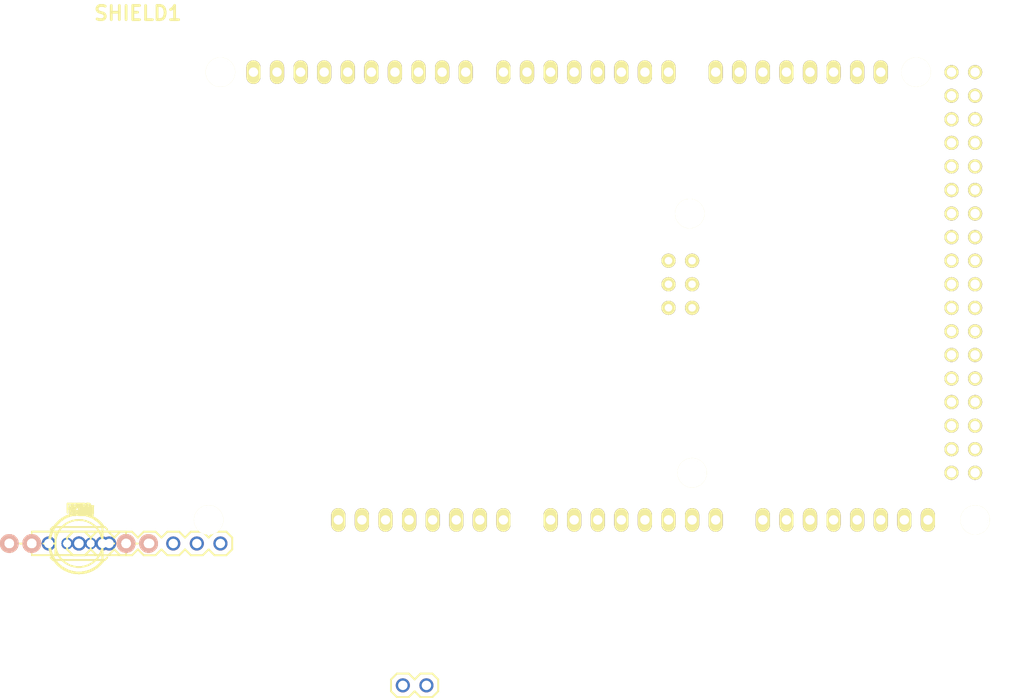
<source format=kicad_pcb>
(kicad_pcb (version 4) (host pcbnew 0.201501251816+5388~20~ubuntu14.04.1-product)

  (general
    (links 127)
    (no_connects 80)
    (area 0 0 0 0)
    (thickness 1.6)
    (drawings 0)
    (tracks 0)
    (zones 0)
    (modules 71)
    (nets 110)
  )

  (page A4)
  (layers
    (0 F.Cu signal)
    (31 B.Cu signal)
    (32 B.Adhes user)
    (33 F.Adhes user)
    (34 B.Paste user)
    (35 F.Paste user)
    (36 B.SilkS user)
    (37 F.SilkS user)
    (38 B.Mask user)
    (39 F.Mask user)
    (40 Dwgs.User user)
    (41 Cmts.User user)
    (42 Eco1.User user)
    (43 Eco2.User user)
    (44 Edge.Cuts user)
    (45 Margin user)
    (46 B.CrtYd user)
    (47 F.CrtYd user)
    (48 B.Fab user)
    (49 F.Fab user)
  )

  (setup
    (last_trace_width 0.254)
    (trace_clearance 0.254)
    (zone_clearance 0.508)
    (zone_45_only no)
    (trace_min 0.254)
    (segment_width 0.2)
    (edge_width 0.1)
    (via_size 0.889)
    (via_drill 0.635)
    (via_min_size 0.889)
    (via_min_drill 0.508)
    (uvia_size 0.508)
    (uvia_drill 0.127)
    (uvias_allowed no)
    (uvia_min_size 0.508)
    (uvia_min_drill 0.127)
    (pcb_text_width 0.3)
    (pcb_text_size 1.5 1.5)
    (mod_edge_width 0.15)
    (mod_text_size 1 1)
    (mod_text_width 0.15)
    (pad_size 1.5 1.5)
    (pad_drill 0.6)
    (pad_to_mask_clearance 0)
    (aux_axis_origin 0 0)
    (visible_elements FFFFFF7F)
    (pcbplotparams
      (layerselection 0x00030_80000001)
      (usegerberextensions false)
      (excludeedgelayer true)
      (linewidth 0.100000)
      (plotframeref false)
      (viasonmask false)
      (mode 1)
      (useauxorigin false)
      (hpglpennumber 1)
      (hpglpenspeed 20)
      (hpglpendiameter 15)
      (hpglpenoverlay 2)
      (psnegative false)
      (psa4output false)
      (plotreference true)
      (plotvalue true)
      (plotinvisibletext false)
      (padsonsilk false)
      (subtractmaskfromsilk false)
      (outputformat 1)
      (mirror false)
      (drillshape 1)
      (scaleselection 1)
      (outputdirectory ""))
  )

  (net 0 "")
  (net 1 "Net-(BT1-Pad1)")
  (net 2 GND)
  (net 3 "Net-(D1-PadA)")
  (net 4 "Net-(D2-PadA)")
  (net 5 "Net-(D3-PadA)")
  (net 6 "Net-(D4-PadA)")
  (net 7 "Net-(D5-PadA)")
  (net 8 "Net-(D6-PadA)")
  (net 9 "Net-(D7-PadA)")
  (net 10 "Net-(D8-PadA)")
  (net 11 "Net-(D9-PadA)")
  (net 12 "Net-(D10-PadA)")
  (net 13 "Net-(D11-PadA)")
  (net 14 "Net-(D12-PadA)")
  (net 15 "Net-(D13-PadA)")
  (net 16 "Net-(D14-PadA)")
  (net 17 "Net-(D15-PadA)")
  (net 18 "Net-(D16-PadA)")
  (net 19 "Net-(JP1-Pad1)")
  (net 20 "Net-(JP2-Pad2)")
  (net 21 5V)
  (net 22 "Net-(JP2-Pad5)")
  (net 23 "Net-(JP2-Pad6)")
  (net 24 "Net-(JP2-Pad7)")
  (net 25 "Net-(R1-Pad2)")
  (net 26 "Net-(R3-Pad2)")
  (net 27 "Net-(R5-Pad2)")
  (net 28 "Net-(R7-Pad2)")
  (net 29 "Net-(R10-Pad2)")
  (net 30 "Net-(R11-Pad2)")
  (net 31 "Net-(R13-Pad2)")
  (net 32 "Net-(R15-Pad2)")
  (net 33 "Net-(R17-Pad2)")
  (net 34 "Net-(R19-Pad2)")
  (net 35 "Net-(R21-Pad2)")
  (net 36 "Net-(R23-Pad2)")
  (net 37 "Net-(R25-Pad2)")
  (net 38 "Net-(R27-Pad2)")
  (net 39 "Net-(R29-Pad2)")
  (net 40 "Net-(R31-Pad2)")
  (net 41 "Net-(R33-Pad2)")
  (net 42 "Net-(R35-Pad1)")
  (net 43 "Net-(R36-Pad1)")
  (net 44 "Net-(R37-Pad1)")
  (net 45 "Net-(R38-Pad1)")
  (net 46 "Net-(R39-Pad1)")
  (net 47 "Net-(R40-Pad1)")
  (net 48 "Net-(R41-Pad1)")
  (net 49 "Net-(R42-Pad1)")
  (net 50 "Net-(R43-Pad1)")
  (net 51 "Net-(R44-Pad1)")
  (net 52 "Net-(R45-Pad1)")
  (net 53 "Net-(R46-Pad1)")
  (net 54 "Net-(R47-Pad1)")
  (net 55 "Net-(R48-Pad1)")
  (net 56 "Net-(R49-Pad1)")
  (net 57 "Net-(R50-Pad1)")
  (net 58 "Net-(SHIELD1-Pad14)")
  (net 59 "Net-(SHIELD1-Pad15)")
  (net 60 "Net-(SHIELD1-Pad16)")
  (net 61 "Net-(SHIELD1-Pad17)")
  (net 62 VCC)
  (net 63 "Net-(SHIELD1-Pad3V3)")
  (net 64 "Net-(SHIELD1-PadRST)")
  (net 65 "Net-(SHIELD1-Pad0)")
  (net 66 "Net-(SHIELD1-Pad1)")
  (net 67 "Net-(SHIELD1-Pad2)")
  (net 68 "Net-(SHIELD1-Pad3)")
  (net 69 "Net-(SHIELD1-Pad4)")
  (net 70 "Net-(SHIELD1-Pad5)")
  (net 71 "Net-(SHIELD1-Pad6)")
  (net 72 "Net-(SHIELD1-Pad7)")
  (net 73 "Net-(SHIELD1-Pad8)")
  (net 74 "Net-(SHIELD1-Pad9)")
  (net 75 "Net-(SHIELD1-Pad12)")
  (net 76 "Net-(SHIELD1-Pad13)")
  (net 77 "Net-(SHIELD1-PadAREF)")
  (net 78 "Net-(SHIELD1-Pad5V_4)")
  (net 79 "Net-(SHIELD1-Pad5V_5)")
  (net 80 "Net-(SHIELD1-Pad34)")
  (net 81 "Net-(SHIELD1-Pad35)")
  (net 82 "Net-(SHIELD1-Pad36)")
  (net 83 "Net-(SHIELD1-Pad37)")
  (net 84 "Net-(SHIELD1-Pad38)")
  (net 85 "Net-(SHIELD1-Pad39)")
  (net 86 "Net-(SHIELD1-Pad40)")
  (net 87 "Net-(SHIELD1-Pad41)")
  (net 88 "Net-(SHIELD1-Pad42)")
  (net 89 "Net-(SHIELD1-Pad43)")
  (net 90 "Net-(SHIELD1-Pad44)")
  (net 91 "Net-(SHIELD1-Pad45)")
  (net 92 "Net-(SHIELD1-Pad46)")
  (net 93 "Net-(SHIELD1-Pad47)")
  (net 94 "Net-(SHIELD1-Pad48)")
  (net 95 "Net-(SHIELD1-Pad49)")
  (net 96 "Net-(SHIELD1-Pad50)")
  (net 97 "Net-(SHIELD1-Pad51)")
  (net 98 "Net-(SHIELD1-Pad52)")
  (net 99 "Net-(SHIELD1-Pad53)")
  (net 100 "Net-(SHIELD1-PadSP1)")
  (net 101 "Net-(SHIELD1-PadSP2)")
  (net 102 "Net-(SHIELD1-PadSP3)")
  (net 103 "Net-(SHIELD1-PadSP4)")
  (net 104 "Net-(SHIELD1-PadSP5)")
  (net 105 "Net-(SHIELD1-PadSP6)")
  (net 106 "Net-(SHIELD1-PadIO_R)")
  (net 107 "Net-(SHIELD1-PadNC)")
  (net 108 "Net-(SHIELD1-PadSDA)")
  (net 109 "Net-(SHIELD1-PadSCL)")

  (net_class Default "This is the default net class."
    (clearance 0.254)
    (trace_width 0.254)
    (via_dia 0.889)
    (via_drill 0.635)
    (uvia_dia 0.508)
    (uvia_drill 0.127)
    (add_net 5V)
    (add_net GND)
    (add_net "Net-(BT1-Pad1)")
    (add_net "Net-(D1-PadA)")
    (add_net "Net-(D10-PadA)")
    (add_net "Net-(D11-PadA)")
    (add_net "Net-(D12-PadA)")
    (add_net "Net-(D13-PadA)")
    (add_net "Net-(D14-PadA)")
    (add_net "Net-(D15-PadA)")
    (add_net "Net-(D16-PadA)")
    (add_net "Net-(D2-PadA)")
    (add_net "Net-(D3-PadA)")
    (add_net "Net-(D4-PadA)")
    (add_net "Net-(D5-PadA)")
    (add_net "Net-(D6-PadA)")
    (add_net "Net-(D7-PadA)")
    (add_net "Net-(D8-PadA)")
    (add_net "Net-(D9-PadA)")
    (add_net "Net-(JP1-Pad1)")
    (add_net "Net-(JP2-Pad2)")
    (add_net "Net-(JP2-Pad5)")
    (add_net "Net-(JP2-Pad6)")
    (add_net "Net-(JP2-Pad7)")
    (add_net "Net-(R1-Pad2)")
    (add_net "Net-(R10-Pad2)")
    (add_net "Net-(R11-Pad2)")
    (add_net "Net-(R13-Pad2)")
    (add_net "Net-(R15-Pad2)")
    (add_net "Net-(R17-Pad2)")
    (add_net "Net-(R19-Pad2)")
    (add_net "Net-(R21-Pad2)")
    (add_net "Net-(R23-Pad2)")
    (add_net "Net-(R25-Pad2)")
    (add_net "Net-(R27-Pad2)")
    (add_net "Net-(R29-Pad2)")
    (add_net "Net-(R3-Pad2)")
    (add_net "Net-(R31-Pad2)")
    (add_net "Net-(R33-Pad2)")
    (add_net "Net-(R35-Pad1)")
    (add_net "Net-(R36-Pad1)")
    (add_net "Net-(R37-Pad1)")
    (add_net "Net-(R38-Pad1)")
    (add_net "Net-(R39-Pad1)")
    (add_net "Net-(R40-Pad1)")
    (add_net "Net-(R41-Pad1)")
    (add_net "Net-(R42-Pad1)")
    (add_net "Net-(R43-Pad1)")
    (add_net "Net-(R44-Pad1)")
    (add_net "Net-(R45-Pad1)")
    (add_net "Net-(R46-Pad1)")
    (add_net "Net-(R47-Pad1)")
    (add_net "Net-(R48-Pad1)")
    (add_net "Net-(R49-Pad1)")
    (add_net "Net-(R5-Pad2)")
    (add_net "Net-(R50-Pad1)")
    (add_net "Net-(R7-Pad2)")
    (add_net "Net-(SHIELD1-Pad0)")
    (add_net "Net-(SHIELD1-Pad1)")
    (add_net "Net-(SHIELD1-Pad12)")
    (add_net "Net-(SHIELD1-Pad13)")
    (add_net "Net-(SHIELD1-Pad14)")
    (add_net "Net-(SHIELD1-Pad15)")
    (add_net "Net-(SHIELD1-Pad16)")
    (add_net "Net-(SHIELD1-Pad17)")
    (add_net "Net-(SHIELD1-Pad2)")
    (add_net "Net-(SHIELD1-Pad3)")
    (add_net "Net-(SHIELD1-Pad34)")
    (add_net "Net-(SHIELD1-Pad35)")
    (add_net "Net-(SHIELD1-Pad36)")
    (add_net "Net-(SHIELD1-Pad37)")
    (add_net "Net-(SHIELD1-Pad38)")
    (add_net "Net-(SHIELD1-Pad39)")
    (add_net "Net-(SHIELD1-Pad3V3)")
    (add_net "Net-(SHIELD1-Pad4)")
    (add_net "Net-(SHIELD1-Pad40)")
    (add_net "Net-(SHIELD1-Pad41)")
    (add_net "Net-(SHIELD1-Pad42)")
    (add_net "Net-(SHIELD1-Pad43)")
    (add_net "Net-(SHIELD1-Pad44)")
    (add_net "Net-(SHIELD1-Pad45)")
    (add_net "Net-(SHIELD1-Pad46)")
    (add_net "Net-(SHIELD1-Pad47)")
    (add_net "Net-(SHIELD1-Pad48)")
    (add_net "Net-(SHIELD1-Pad49)")
    (add_net "Net-(SHIELD1-Pad5)")
    (add_net "Net-(SHIELD1-Pad50)")
    (add_net "Net-(SHIELD1-Pad51)")
    (add_net "Net-(SHIELD1-Pad52)")
    (add_net "Net-(SHIELD1-Pad53)")
    (add_net "Net-(SHIELD1-Pad5V_4)")
    (add_net "Net-(SHIELD1-Pad5V_5)")
    (add_net "Net-(SHIELD1-Pad6)")
    (add_net "Net-(SHIELD1-Pad7)")
    (add_net "Net-(SHIELD1-Pad8)")
    (add_net "Net-(SHIELD1-Pad9)")
    (add_net "Net-(SHIELD1-PadAREF)")
    (add_net "Net-(SHIELD1-PadIO_R)")
    (add_net "Net-(SHIELD1-PadNC)")
    (add_net "Net-(SHIELD1-PadRST)")
    (add_net "Net-(SHIELD1-PadSCL)")
    (add_net "Net-(SHIELD1-PadSDA)")
    (add_net "Net-(SHIELD1-PadSP1)")
    (add_net "Net-(SHIELD1-PadSP2)")
    (add_net "Net-(SHIELD1-PadSP3)")
    (add_net "Net-(SHIELD1-PadSP4)")
    (add_net "Net-(SHIELD1-PadSP5)")
    (add_net "Net-(SHIELD1-PadSP6)")
    (add_net VCC)
  )

  (module Freetronics:1X02 (layer F.Cu) (tedit 54769DD5) (tstamp 54E93204)
    (at 183.388 120.2944)
    (path /54C65E59)
    (fp_text reference BT1 (at 0.3 0) (layer Eco1.User)
      (effects (font (size 0.6 0.6) (thickness 0.1)))
    )
    (fp_text value BATTERY (at 1.4 1.8) (layer Eco1.User) hide
      (effects (font (size 1.27 1.27) (thickness 0.1016)))
    )
    (fp_line (start -0.635 -1.27) (end 0.635 -1.27) (layer F.SilkS) (width 0.2032))
    (fp_line (start 0.635 -1.27) (end 1.27 -0.635) (layer F.SilkS) (width 0.2032))
    (fp_line (start 1.27 0.635) (end 0.635 1.27) (layer F.SilkS) (width 0.2032))
    (fp_line (start 1.27 -0.635) (end 1.905 -1.27) (layer F.SilkS) (width 0.2032))
    (fp_line (start 1.905 -1.27) (end 3.175 -1.27) (layer F.SilkS) (width 0.2032))
    (fp_line (start 3.175 -1.27) (end 3.81 -0.635) (layer F.SilkS) (width 0.2032))
    (fp_line (start 3.81 0.635) (end 3.175 1.27) (layer F.SilkS) (width 0.2032))
    (fp_line (start 3.175 1.27) (end 1.905 1.27) (layer F.SilkS) (width 0.2032))
    (fp_line (start 1.905 1.27) (end 1.27 0.635) (layer F.SilkS) (width 0.2032))
    (fp_line (start -1.27 -0.635) (end -1.27 0.635) (layer F.SilkS) (width 0.2032))
    (fp_line (start -0.635 -1.27) (end -1.27 -0.635) (layer F.SilkS) (width 0.2032))
    (fp_line (start -1.27 0.635) (end -0.635 1.27) (layer F.SilkS) (width 0.2032))
    (fp_line (start 0.635 1.27) (end -0.635 1.27) (layer F.SilkS) (width 0.2032))
    (fp_line (start 3.81 -0.635) (end 3.81 0.635) (layer F.SilkS) (width 0.2032))
    (pad 1 thru_hole oval (at 0 0 90) (size 1.524 1.524) (drill 1.016) (layers *.Cu *.Mask)
      (net 1 "Net-(BT1-Pad1)"))
    (pad 2 thru_hole oval (at 2.54 0 90) (size 1.524 1.524) (drill 1.016) (layers *.Cu *.Mask)
      (net 2 GND))
  )

  (module Freetronics:LED-5MM (layer F.Cu) (tedit 5476B326) (tstamp 54E9320D)
    (at 148.5011 105.0036)
    (descr <B>LED</B><p>)
    (path /54C5D1C3)
    (fp_text reference D1 (at 0 -1.5) (layer Eco1.User)
      (effects (font (size 0.6 0.6) (thickness 0.1)))
    )
    (fp_text value LED (at 0 1.6) (layer Eco1.User) hide
      (effects (font (size 0.6 0.6) (thickness 0.1)))
    )
    (fp_line (start 2.54 1.905) (end 2.54 -1.905) (layer F.SilkS) (width 0.2032))
    (fp_arc (start 0 0) (end 2.54 1.905) (angle 286.2) (layer F.SilkS) (width 0.254))
    (fp_circle (center 0 0) (end 2.54 0) (layer F.SilkS) (width 0.1524))
    (pad A thru_hole oval (at -1.27 0) (size 1.2192 1.2192) (drill 0.8128) (layers *.Cu *.Mask)
      (net 3 "Net-(D1-PadA)"))
    (pad K thru_hole oval (at 1.27 0) (size 1.2192 1.2192) (drill 0.8128) (layers *.Cu *.Mask)
      (net 2 GND))
  )

  (module Freetronics:LED-5MM (layer F.Cu) (tedit 5476B326) (tstamp 54E93216)
    (at 148.5011 105.0036)
    (descr <B>LED</B><p>)
    (path /54C5D0A5)
    (fp_text reference D2 (at 0 -1.5) (layer Eco1.User)
      (effects (font (size 0.6 0.6) (thickness 0.1)))
    )
    (fp_text value LED (at 0 1.6) (layer Eco1.User) hide
      (effects (font (size 0.6 0.6) (thickness 0.1)))
    )
    (fp_line (start 2.54 1.905) (end 2.54 -1.905) (layer F.SilkS) (width 0.2032))
    (fp_arc (start 0 0) (end 2.54 1.905) (angle 286.2) (layer F.SilkS) (width 0.254))
    (fp_circle (center 0 0) (end 2.54 0) (layer F.SilkS) (width 0.1524))
    (pad A thru_hole oval (at -1.27 0) (size 1.2192 1.2192) (drill 0.8128) (layers *.Cu *.Mask)
      (net 4 "Net-(D2-PadA)"))
    (pad K thru_hole oval (at 1.27 0) (size 1.2192 1.2192) (drill 0.8128) (layers *.Cu *.Mask)
      (net 2 GND))
  )

  (module Freetronics:LED-5MM (layer F.Cu) (tedit 5476B326) (tstamp 54E9321F)
    (at 148.5011 105.0036)
    (descr <B>LED</B><p>)
    (path /54C5CE94)
    (fp_text reference D3 (at 0 -1.5) (layer Eco1.User)
      (effects (font (size 0.6 0.6) (thickness 0.1)))
    )
    (fp_text value LED (at 0 1.6) (layer Eco1.User) hide
      (effects (font (size 0.6 0.6) (thickness 0.1)))
    )
    (fp_line (start 2.54 1.905) (end 2.54 -1.905) (layer F.SilkS) (width 0.2032))
    (fp_arc (start 0 0) (end 2.54 1.905) (angle 286.2) (layer F.SilkS) (width 0.254))
    (fp_circle (center 0 0) (end 2.54 0) (layer F.SilkS) (width 0.1524))
    (pad A thru_hole oval (at -1.27 0) (size 1.2192 1.2192) (drill 0.8128) (layers *.Cu *.Mask)
      (net 5 "Net-(D3-PadA)"))
    (pad K thru_hole oval (at 1.27 0) (size 1.2192 1.2192) (drill 0.8128) (layers *.Cu *.Mask)
      (net 2 GND))
  )

  (module Freetronics:LED-5MM (layer F.Cu) (tedit 5476B326) (tstamp 54E93228)
    (at 148.5011 105.0036)
    (descr <B>LED</B><p>)
    (path /54C5D0D1)
    (fp_text reference D4 (at 0 -1.5) (layer Eco1.User)
      (effects (font (size 0.6 0.6) (thickness 0.1)))
    )
    (fp_text value LED (at 0 1.6) (layer Eco1.User) hide
      (effects (font (size 0.6 0.6) (thickness 0.1)))
    )
    (fp_line (start 2.54 1.905) (end 2.54 -1.905) (layer F.SilkS) (width 0.2032))
    (fp_arc (start 0 0) (end 2.54 1.905) (angle 286.2) (layer F.SilkS) (width 0.254))
    (fp_circle (center 0 0) (end 2.54 0) (layer F.SilkS) (width 0.1524))
    (pad A thru_hole oval (at -1.27 0) (size 1.2192 1.2192) (drill 0.8128) (layers *.Cu *.Mask)
      (net 6 "Net-(D4-PadA)"))
    (pad K thru_hole oval (at 1.27 0) (size 1.2192 1.2192) (drill 0.8128) (layers *.Cu *.Mask)
      (net 2 GND))
  )

  (module Freetronics:LED-5MM (layer F.Cu) (tedit 5476B326) (tstamp 54E93231)
    (at 148.5011 105.0036)
    (descr <B>LED</B><p>)
    (path /54C5D0BB)
    (fp_text reference D5 (at 0 -1.5) (layer Eco1.User)
      (effects (font (size 0.6 0.6) (thickness 0.1)))
    )
    (fp_text value LED (at 0 1.6) (layer Eco1.User) hide
      (effects (font (size 0.6 0.6) (thickness 0.1)))
    )
    (fp_line (start 2.54 1.905) (end 2.54 -1.905) (layer F.SilkS) (width 0.2032))
    (fp_arc (start 0 0) (end 2.54 1.905) (angle 286.2) (layer F.SilkS) (width 0.254))
    (fp_circle (center 0 0) (end 2.54 0) (layer F.SilkS) (width 0.1524))
    (pad A thru_hole oval (at -1.27 0) (size 1.2192 1.2192) (drill 0.8128) (layers *.Cu *.Mask)
      (net 7 "Net-(D5-PadA)"))
    (pad K thru_hole oval (at 1.27 0) (size 1.2192 1.2192) (drill 0.8128) (layers *.Cu *.Mask)
      (net 2 GND))
  )

  (module Freetronics:LED-5MM (layer F.Cu) (tedit 5476B326) (tstamp 54E9323A)
    (at 148.5011 105.0036)
    (descr <B>LED</B><p>)
    (path /54C5D0FD)
    (fp_text reference D6 (at 0 -1.5) (layer Eco1.User)
      (effects (font (size 0.6 0.6) (thickness 0.1)))
    )
    (fp_text value LED (at 0 1.6) (layer Eco1.User) hide
      (effects (font (size 0.6 0.6) (thickness 0.1)))
    )
    (fp_line (start 2.54 1.905) (end 2.54 -1.905) (layer F.SilkS) (width 0.2032))
    (fp_arc (start 0 0) (end 2.54 1.905) (angle 286.2) (layer F.SilkS) (width 0.254))
    (fp_circle (center 0 0) (end 2.54 0) (layer F.SilkS) (width 0.1524))
    (pad A thru_hole oval (at -1.27 0) (size 1.2192 1.2192) (drill 0.8128) (layers *.Cu *.Mask)
      (net 8 "Net-(D6-PadA)"))
    (pad K thru_hole oval (at 1.27 0) (size 1.2192 1.2192) (drill 0.8128) (layers *.Cu *.Mask)
      (net 2 GND))
  )

  (module Freetronics:LED-5MM (layer F.Cu) (tedit 5476B326) (tstamp 54E93243)
    (at 148.5011 105.0036)
    (descr <B>LED</B><p>)
    (path /54C5D0E7)
    (fp_text reference D7 (at 0 -1.5) (layer Eco1.User)
      (effects (font (size 0.6 0.6) (thickness 0.1)))
    )
    (fp_text value LED (at 0 1.6) (layer Eco1.User) hide
      (effects (font (size 0.6 0.6) (thickness 0.1)))
    )
    (fp_line (start 2.54 1.905) (end 2.54 -1.905) (layer F.SilkS) (width 0.2032))
    (fp_arc (start 0 0) (end 2.54 1.905) (angle 286.2) (layer F.SilkS) (width 0.254))
    (fp_circle (center 0 0) (end 2.54 0) (layer F.SilkS) (width 0.1524))
    (pad A thru_hole oval (at -1.27 0) (size 1.2192 1.2192) (drill 0.8128) (layers *.Cu *.Mask)
      (net 9 "Net-(D7-PadA)"))
    (pad K thru_hole oval (at 1.27 0) (size 1.2192 1.2192) (drill 0.8128) (layers *.Cu *.Mask)
      (net 2 GND))
  )

  (module Freetronics:LED-5MM (layer F.Cu) (tedit 5476B326) (tstamp 54E9324C)
    (at 148.5011 105.0036)
    (descr <B>LED</B><p>)
    (path /54C5D129)
    (fp_text reference D8 (at 0 -1.5) (layer Eco1.User)
      (effects (font (size 0.6 0.6) (thickness 0.1)))
    )
    (fp_text value LED (at 0 1.6) (layer Eco1.User) hide
      (effects (font (size 0.6 0.6) (thickness 0.1)))
    )
    (fp_line (start 2.54 1.905) (end 2.54 -1.905) (layer F.SilkS) (width 0.2032))
    (fp_arc (start 0 0) (end 2.54 1.905) (angle 286.2) (layer F.SilkS) (width 0.254))
    (fp_circle (center 0 0) (end 2.54 0) (layer F.SilkS) (width 0.1524))
    (pad A thru_hole oval (at -1.27 0) (size 1.2192 1.2192) (drill 0.8128) (layers *.Cu *.Mask)
      (net 10 "Net-(D8-PadA)"))
    (pad K thru_hole oval (at 1.27 0) (size 1.2192 1.2192) (drill 0.8128) (layers *.Cu *.Mask)
      (net 2 GND))
  )

  (module Freetronics:LED-5MM (layer F.Cu) (tedit 5476B326) (tstamp 54E93255)
    (at 148.5011 105.0036)
    (descr <B>LED</B><p>)
    (path /54C5D113)
    (fp_text reference D9 (at 0 -1.5) (layer Eco1.User)
      (effects (font (size 0.6 0.6) (thickness 0.1)))
    )
    (fp_text value LED (at 0 1.6) (layer Eco1.User) hide
      (effects (font (size 0.6 0.6) (thickness 0.1)))
    )
    (fp_line (start 2.54 1.905) (end 2.54 -1.905) (layer F.SilkS) (width 0.2032))
    (fp_arc (start 0 0) (end 2.54 1.905) (angle 286.2) (layer F.SilkS) (width 0.254))
    (fp_circle (center 0 0) (end 2.54 0) (layer F.SilkS) (width 0.1524))
    (pad A thru_hole oval (at -1.27 0) (size 1.2192 1.2192) (drill 0.8128) (layers *.Cu *.Mask)
      (net 11 "Net-(D9-PadA)"))
    (pad K thru_hole oval (at 1.27 0) (size 1.2192 1.2192) (drill 0.8128) (layers *.Cu *.Mask)
      (net 2 GND))
  )

  (module Freetronics:LED-5MM (layer F.Cu) (tedit 5476B326) (tstamp 54E9325E)
    (at 148.5011 105.0036)
    (descr <B>LED</B><p>)
    (path /54C5D155)
    (fp_text reference D10 (at 0 -1.5) (layer Eco1.User)
      (effects (font (size 0.6 0.6) (thickness 0.1)))
    )
    (fp_text value LED (at 0 1.6) (layer Eco1.User) hide
      (effects (font (size 0.6 0.6) (thickness 0.1)))
    )
    (fp_line (start 2.54 1.905) (end 2.54 -1.905) (layer F.SilkS) (width 0.2032))
    (fp_arc (start 0 0) (end 2.54 1.905) (angle 286.2) (layer F.SilkS) (width 0.254))
    (fp_circle (center 0 0) (end 2.54 0) (layer F.SilkS) (width 0.1524))
    (pad A thru_hole oval (at -1.27 0) (size 1.2192 1.2192) (drill 0.8128) (layers *.Cu *.Mask)
      (net 12 "Net-(D10-PadA)"))
    (pad K thru_hole oval (at 1.27 0) (size 1.2192 1.2192) (drill 0.8128) (layers *.Cu *.Mask)
      (net 2 GND))
  )

  (module Freetronics:LED-5MM (layer F.Cu) (tedit 5476B326) (tstamp 54E93267)
    (at 148.5011 105.0036)
    (descr <B>LED</B><p>)
    (path /54C5D13F)
    (fp_text reference D11 (at 0 -1.5) (layer Eco1.User)
      (effects (font (size 0.6 0.6) (thickness 0.1)))
    )
    (fp_text value LED (at 0 1.6) (layer Eco1.User) hide
      (effects (font (size 0.6 0.6) (thickness 0.1)))
    )
    (fp_line (start 2.54 1.905) (end 2.54 -1.905) (layer F.SilkS) (width 0.2032))
    (fp_arc (start 0 0) (end 2.54 1.905) (angle 286.2) (layer F.SilkS) (width 0.254))
    (fp_circle (center 0 0) (end 2.54 0) (layer F.SilkS) (width 0.1524))
    (pad A thru_hole oval (at -1.27 0) (size 1.2192 1.2192) (drill 0.8128) (layers *.Cu *.Mask)
      (net 13 "Net-(D11-PadA)"))
    (pad K thru_hole oval (at 1.27 0) (size 1.2192 1.2192) (drill 0.8128) (layers *.Cu *.Mask)
      (net 2 GND))
  )

  (module Freetronics:LED-5MM (layer F.Cu) (tedit 5476B326) (tstamp 54E93270)
    (at 148.5011 105.0036)
    (descr <B>LED</B><p>)
    (path /54C5D181)
    (fp_text reference D12 (at 0 -1.5) (layer Eco1.User)
      (effects (font (size 0.6 0.6) (thickness 0.1)))
    )
    (fp_text value LED (at 0 1.6) (layer Eco1.User) hide
      (effects (font (size 0.6 0.6) (thickness 0.1)))
    )
    (fp_line (start 2.54 1.905) (end 2.54 -1.905) (layer F.SilkS) (width 0.2032))
    (fp_arc (start 0 0) (end 2.54 1.905) (angle 286.2) (layer F.SilkS) (width 0.254))
    (fp_circle (center 0 0) (end 2.54 0) (layer F.SilkS) (width 0.1524))
    (pad A thru_hole oval (at -1.27 0) (size 1.2192 1.2192) (drill 0.8128) (layers *.Cu *.Mask)
      (net 14 "Net-(D12-PadA)"))
    (pad K thru_hole oval (at 1.27 0) (size 1.2192 1.2192) (drill 0.8128) (layers *.Cu *.Mask)
      (net 2 GND))
  )

  (module Freetronics:LED-5MM (layer F.Cu) (tedit 5476B326) (tstamp 54E93279)
    (at 148.5011 105.0036)
    (descr <B>LED</B><p>)
    (path /54C5D16B)
    (fp_text reference D13 (at 0 -1.5) (layer Eco1.User)
      (effects (font (size 0.6 0.6) (thickness 0.1)))
    )
    (fp_text value LED (at 0 1.6) (layer Eco1.User) hide
      (effects (font (size 0.6 0.6) (thickness 0.1)))
    )
    (fp_line (start 2.54 1.905) (end 2.54 -1.905) (layer F.SilkS) (width 0.2032))
    (fp_arc (start 0 0) (end 2.54 1.905) (angle 286.2) (layer F.SilkS) (width 0.254))
    (fp_circle (center 0 0) (end 2.54 0) (layer F.SilkS) (width 0.1524))
    (pad A thru_hole oval (at -1.27 0) (size 1.2192 1.2192) (drill 0.8128) (layers *.Cu *.Mask)
      (net 15 "Net-(D13-PadA)"))
    (pad K thru_hole oval (at 1.27 0) (size 1.2192 1.2192) (drill 0.8128) (layers *.Cu *.Mask)
      (net 2 GND))
  )

  (module Freetronics:LED-5MM (layer F.Cu) (tedit 5476B326) (tstamp 54E93282)
    (at 148.5011 105.0036)
    (descr <B>LED</B><p>)
    (path /54C5D1AD)
    (fp_text reference D14 (at 0 -1.5) (layer Eco1.User)
      (effects (font (size 0.6 0.6) (thickness 0.1)))
    )
    (fp_text value LED (at 0 1.6) (layer Eco1.User) hide
      (effects (font (size 0.6 0.6) (thickness 0.1)))
    )
    (fp_line (start 2.54 1.905) (end 2.54 -1.905) (layer F.SilkS) (width 0.2032))
    (fp_arc (start 0 0) (end 2.54 1.905) (angle 286.2) (layer F.SilkS) (width 0.254))
    (fp_circle (center 0 0) (end 2.54 0) (layer F.SilkS) (width 0.1524))
    (pad A thru_hole oval (at -1.27 0) (size 1.2192 1.2192) (drill 0.8128) (layers *.Cu *.Mask)
      (net 16 "Net-(D14-PadA)"))
    (pad K thru_hole oval (at 1.27 0) (size 1.2192 1.2192) (drill 0.8128) (layers *.Cu *.Mask)
      (net 2 GND))
  )

  (module Freetronics:LED-5MM (layer F.Cu) (tedit 5476B326) (tstamp 54E9328B)
    (at 148.5011 105.0036)
    (descr <B>LED</B><p>)
    (path /54C5D197)
    (fp_text reference D15 (at 0 -1.5) (layer Eco1.User)
      (effects (font (size 0.6 0.6) (thickness 0.1)))
    )
    (fp_text value LED (at 0 1.6) (layer Eco1.User) hide
      (effects (font (size 0.6 0.6) (thickness 0.1)))
    )
    (fp_line (start 2.54 1.905) (end 2.54 -1.905) (layer F.SilkS) (width 0.2032))
    (fp_arc (start 0 0) (end 2.54 1.905) (angle 286.2) (layer F.SilkS) (width 0.254))
    (fp_circle (center 0 0) (end 2.54 0) (layer F.SilkS) (width 0.1524))
    (pad A thru_hole oval (at -1.27 0) (size 1.2192 1.2192) (drill 0.8128) (layers *.Cu *.Mask)
      (net 17 "Net-(D15-PadA)"))
    (pad K thru_hole oval (at 1.27 0) (size 1.2192 1.2192) (drill 0.8128) (layers *.Cu *.Mask)
      (net 2 GND))
  )

  (module Freetronics:LED-5MM (layer F.Cu) (tedit 5476B326) (tstamp 54E93294)
    (at 148.5011 105.0036)
    (descr <B>LED</B><p>)
    (path /54C5D1D9)
    (fp_text reference D16 (at 0 -1.5) (layer Eco1.User)
      (effects (font (size 0.6 0.6) (thickness 0.1)))
    )
    (fp_text value LED (at 0 1.6) (layer Eco1.User) hide
      (effects (font (size 0.6 0.6) (thickness 0.1)))
    )
    (fp_line (start 2.54 1.905) (end 2.54 -1.905) (layer F.SilkS) (width 0.2032))
    (fp_arc (start 0 0) (end 2.54 1.905) (angle 286.2) (layer F.SilkS) (width 0.254))
    (fp_circle (center 0 0) (end 2.54 0) (layer F.SilkS) (width 0.1524))
    (pad A thru_hole oval (at -1.27 0) (size 1.2192 1.2192) (drill 0.8128) (layers *.Cu *.Mask)
      (net 18 "Net-(D16-PadA)"))
    (pad K thru_hole oval (at 1.27 0) (size 1.2192 1.2192) (drill 0.8128) (layers *.Cu *.Mask)
      (net 2 GND))
  )

  (module Freetronics:1X01 (layer F.Cu) (tedit 54769DB5) (tstamp 54E932A1)
    (at 148.5011 105.0036)
    (path /54C65728)
    (fp_text reference JP1 (at 0 0) (layer Eco1.User)
      (effects (font (size 0.6 0.6) (thickness 0.1)))
    )
    (fp_text value M01 (at 0 1.5) (layer Eco1.User) hide
      (effects (font (size 1.27 1.27) (thickness 0.1016)))
    )
    (fp_line (start 1.27 -0.635) (end 0.635 -1.27) (layer F.SilkS) (width 0.2032))
    (fp_line (start 0.635 -1.27) (end -0.635 -1.27) (layer F.SilkS) (width 0.2032))
    (fp_line (start -0.635 -1.27) (end -1.27 -0.635) (layer F.SilkS) (width 0.2032))
    (fp_line (start -1.27 -0.635) (end -1.27 0.635) (layer F.SilkS) (width 0.2032))
    (fp_line (start -1.27 0.635) (end -0.635 1.27) (layer F.SilkS) (width 0.2032))
    (fp_line (start -0.635 1.27) (end 0.635 1.27) (layer F.SilkS) (width 0.2032))
    (fp_line (start 0.635 1.27) (end 1.27 0.635) (layer F.SilkS) (width 0.2032))
    (fp_line (start 1.27 0.635) (end 1.27 -0.635) (layer F.SilkS) (width 0.2032))
    (pad 1 thru_hole oval (at 0 0 90) (size 1.524 1.524) (drill 1.016) (layers *.Cu *.Mask)
      (net 19 "Net-(JP1-Pad1)"))
  )

  (module Freetronics:1X07 (layer F.Cu) (tedit 5476A020) (tstamp 54E932D8)
    (at 148.5011 105.0036)
    (path /54C652C4)
    (fp_text reference JP2 (at 0 0) (layer Eco1.User)
      (effects (font (size 0.6 0.6) (thickness 0.1)))
    )
    (fp_text value M07 (at 0 2.286) (layer Eco1.User) hide
      (effects (font (size 1.27 1.27) (thickness 0.1016)))
    )
    (fp_line (start 16.51 -0.635) (end 16.51 0.635) (layer F.SilkS) (width 0.203))
    (fp_line (start 14.605 -1.27) (end 15.875 -1.27) (layer F.SilkS) (width 0.2032))
    (fp_line (start 15.875 -1.27) (end 16.51 -0.635) (layer F.SilkS) (width 0.2032))
    (fp_line (start 16.51 0.635) (end 15.875 1.27) (layer F.SilkS) (width 0.2032))
    (fp_line (start 11.43 -0.635) (end 12.065 -1.27) (layer F.SilkS) (width 0.2032))
    (fp_line (start 12.065 -1.27) (end 13.335 -1.27) (layer F.SilkS) (width 0.2032))
    (fp_line (start 13.335 -1.27) (end 13.97 -0.635) (layer F.SilkS) (width 0.2032))
    (fp_line (start 13.97 0.635) (end 13.335 1.27) (layer F.SilkS) (width 0.2032))
    (fp_line (start 13.335 1.27) (end 12.065 1.27) (layer F.SilkS) (width 0.2032))
    (fp_line (start 12.065 1.27) (end 11.43 0.635) (layer F.SilkS) (width 0.2032))
    (fp_line (start 14.605 -1.27) (end 13.97 -0.635) (layer F.SilkS) (width 0.2032))
    (fp_line (start 13.97 0.635) (end 14.605 1.27) (layer F.SilkS) (width 0.2032))
    (fp_line (start 15.875 1.27) (end 14.605 1.27) (layer F.SilkS) (width 0.2032))
    (fp_line (start 6.985 -1.27) (end 8.255 -1.27) (layer F.SilkS) (width 0.2032))
    (fp_line (start 8.255 -1.27) (end 8.89 -0.635) (layer F.SilkS) (width 0.2032))
    (fp_line (start 8.89 0.635) (end 8.255 1.27) (layer F.SilkS) (width 0.2032))
    (fp_line (start 8.89 -0.635) (end 9.525 -1.27) (layer F.SilkS) (width 0.2032))
    (fp_line (start 9.525 -1.27) (end 10.795 -1.27) (layer F.SilkS) (width 0.2032))
    (fp_line (start 10.795 -1.27) (end 11.43 -0.635) (layer F.SilkS) (width 0.2032))
    (fp_line (start 11.43 0.635) (end 10.795 1.27) (layer F.SilkS) (width 0.2032))
    (fp_line (start 10.795 1.27) (end 9.525 1.27) (layer F.SilkS) (width 0.2032))
    (fp_line (start 9.525 1.27) (end 8.89 0.635) (layer F.SilkS) (width 0.2032))
    (fp_line (start 3.81 -0.635) (end 4.445 -1.27) (layer F.SilkS) (width 0.2032))
    (fp_line (start 4.445 -1.27) (end 5.715 -1.27) (layer F.SilkS) (width 0.2032))
    (fp_line (start 5.715 -1.27) (end 6.35 -0.635) (layer F.SilkS) (width 0.2032))
    (fp_line (start 6.35 0.635) (end 5.715 1.27) (layer F.SilkS) (width 0.2032))
    (fp_line (start 5.715 1.27) (end 4.445 1.27) (layer F.SilkS) (width 0.2032))
    (fp_line (start 4.445 1.27) (end 3.81 0.635) (layer F.SilkS) (width 0.2032))
    (fp_line (start 6.985 -1.27) (end 6.35 -0.635) (layer F.SilkS) (width 0.2032))
    (fp_line (start 6.35 0.635) (end 6.985 1.27) (layer F.SilkS) (width 0.2032))
    (fp_line (start 8.255 1.27) (end 6.985 1.27) (layer F.SilkS) (width 0.2032))
    (fp_line (start -0.635 -1.27) (end 0.635 -1.27) (layer F.SilkS) (width 0.2032))
    (fp_line (start 0.635 -1.27) (end 1.27 -0.635) (layer F.SilkS) (width 0.2032))
    (fp_line (start 1.27 0.635) (end 0.635 1.27) (layer F.SilkS) (width 0.2032))
    (fp_line (start 1.27 -0.635) (end 1.905 -1.27) (layer F.SilkS) (width 0.2032))
    (fp_line (start 1.905 -1.27) (end 3.175 -1.27) (layer F.SilkS) (width 0.2032))
    (fp_line (start 3.175 -1.27) (end 3.81 -0.635) (layer F.SilkS) (width 0.2032))
    (fp_line (start 3.81 0.635) (end 3.175 1.27) (layer F.SilkS) (width 0.2032))
    (fp_line (start 3.175 1.27) (end 1.905 1.27) (layer F.SilkS) (width 0.2032))
    (fp_line (start 1.905 1.27) (end 1.27 0.635) (layer F.SilkS) (width 0.2032))
    (fp_line (start -1.27 -0.635) (end -1.27 0.635) (layer F.SilkS) (width 0.2032))
    (fp_line (start -0.635 -1.27) (end -1.27 -0.635) (layer F.SilkS) (width 0.2032))
    (fp_line (start -1.27 0.635) (end -0.635 1.27) (layer F.SilkS) (width 0.2032))
    (fp_line (start 0.635 1.27) (end -0.635 1.27) (layer F.SilkS) (width 0.2032))
    (pad 1 thru_hole oval (at 0 0 90) (size 1.524 1.524) (drill 1.016) (layers *.Cu *.Mask)
      (net 19 "Net-(JP1-Pad1)"))
    (pad 2 thru_hole oval (at 2.54 0 90) (size 1.524 1.524) (drill 1.016) (layers *.Cu *.Mask)
      (net 20 "Net-(JP2-Pad2)"))
    (pad 3 thru_hole oval (at 5.08 0 90) (size 1.524 1.524) (drill 1.016) (layers *.Cu *.Mask)
      (net 21 5V))
    (pad 4 thru_hole oval (at 7.62 0 90) (size 1.524 1.524) (drill 1.016) (layers *.Cu *.Mask)
      (net 2 GND))
    (pad 5 thru_hole oval (at 10.16 0 90) (size 1.524 1.524) (drill 1.016) (layers *.Cu *.Mask)
      (net 22 "Net-(JP2-Pad5)"))
    (pad 6 thru_hole oval (at 12.7 0 90) (size 1.524 1.524) (drill 1.016) (layers *.Cu *.Mask)
      (net 23 "Net-(JP2-Pad6)"))
    (pad 7 thru_hole oval (at 15.24 0 90) (size 1.524 1.524) (drill 1.016) (layers *.Cu *.Mask)
      (net 24 "Net-(JP2-Pad7)"))
  )

  (module Resistors_ThroughHole:Resistor_Horizontal_RM10mm (layer F.Cu) (tedit 53F56209) (tstamp 54E932E4)
    (at 148.5011 105.0036)
    (descr "Resistor, Axial,  RM 10mm, 1/3W,")
    (tags "Resistor, Axial, RM 10mm, 1/3W,")
    (path /54C60835)
    (fp_text reference R1 (at 0.24892 -3.50012) (layer F.SilkS)
      (effects (font (size 1 1) (thickness 0.15)))
    )
    (fp_text value R (at 3.81 3.81) (layer F.SilkS) hide
      (effects (font (size 1 1) (thickness 0.15)))
    )
    (fp_line (start -2.54 -1.27) (end 2.54 -1.27) (layer F.SilkS) (width 0.15))
    (fp_line (start 2.54 -1.27) (end 2.54 1.27) (layer F.SilkS) (width 0.15))
    (fp_line (start 2.54 1.27) (end -2.54 1.27) (layer F.SilkS) (width 0.15))
    (fp_line (start -2.54 1.27) (end -2.54 -1.27) (layer F.SilkS) (width 0.15))
    (fp_line (start -2.54 0) (end -3.81 0) (layer F.SilkS) (width 0.15))
    (fp_line (start 2.54 0) (end 3.81 0) (layer F.SilkS) (width 0.15))
    (pad 1 thru_hole circle (at -5.08 0) (size 1.99898 1.99898) (drill 1.00076) (layers *.Cu *.SilkS *.Mask)
      (net 2 GND))
    (pad 2 thru_hole circle (at 5.08 0) (size 1.99898 1.99898) (drill 1.00076) (layers *.Cu *.SilkS *.Mask)
      (net 25 "Net-(R1-Pad2)"))
    (model Resistors_ThroughHole/Resistor_Horizontal_RM10mm.wrl
      (at (xyz 0 0 0))
      (scale (xyz 0.4 0.4 0.4))
      (rotate (xyz 0 0 0))
    )
  )

  (module Resistors_ThroughHole:Resistor_Horizontal_RM15mm (layer F.Cu) (tedit 53F56292) (tstamp 54E932F0)
    (at 148.5011 105.0036)
    (descr "Resistor, Axial, RM 15mm,")
    (tags "Resistor, Axial, RM 15mm,")
    (path /54C6080F)
    (fp_text reference R2 (at 0 -3.74904) (layer F.SilkS)
      (effects (font (size 1 1) (thickness 0.15)))
    )
    (fp_text value RES_PHOTO_LDR (at 0 4.0005) (layer F.SilkS) hide
      (effects (font (size 1 1) (thickness 0.15)))
    )
    (fp_line (start -5.08 -1.27) (end -5.08 1.27) (layer F.SilkS) (width 0.15))
    (fp_line (start -5.08 1.27) (end 5.08 1.27) (layer F.SilkS) (width 0.15))
    (fp_line (start 5.08 1.27) (end 5.08 -1.27) (layer F.SilkS) (width 0.15))
    (fp_line (start 5.08 -1.27) (end -5.08 -1.27) (layer F.SilkS) (width 0.15))
    (fp_line (start 6.35 0) (end 5.08 0) (layer F.SilkS) (width 0.15))
    (fp_line (start -6.35 0) (end -5.08 0) (layer F.SilkS) (width 0.15))
    (pad 1 thru_hole circle (at -7.5 0) (size 1.99898 1.99898) (drill 1.00076) (layers *.Cu *.SilkS *.Mask)
      (net 21 5V))
    (pad 2 thru_hole circle (at 7.5 0) (size 1.99898 1.99898) (drill 1.00076) (layers *.Cu *.SilkS *.Mask)
      (net 25 "Net-(R1-Pad2)"))
    (model Resistors_ThroughHole/Resistor_Horizontal_RM15mm.wrl
      (at (xyz 0 0 0))
      (scale (xyz 0.4 0.4 0.4))
      (rotate (xyz 0 0 0))
    )
  )

  (module Resistors_ThroughHole:Resistor_Horizontal_RM10mm (layer F.Cu) (tedit 53F56209) (tstamp 54E932FC)
    (at 148.5011 105.0036)
    (descr "Resistor, Axial,  RM 10mm, 1/3W,")
    (tags "Resistor, Axial, RM 10mm, 1/3W,")
    (path /54C60947)
    (fp_text reference R3 (at 0.24892 -3.50012) (layer F.SilkS)
      (effects (font (size 1 1) (thickness 0.15)))
    )
    (fp_text value R (at 3.81 3.81) (layer F.SilkS) hide
      (effects (font (size 1 1) (thickness 0.15)))
    )
    (fp_line (start -2.54 -1.27) (end 2.54 -1.27) (layer F.SilkS) (width 0.15))
    (fp_line (start 2.54 -1.27) (end 2.54 1.27) (layer F.SilkS) (width 0.15))
    (fp_line (start 2.54 1.27) (end -2.54 1.27) (layer F.SilkS) (width 0.15))
    (fp_line (start -2.54 1.27) (end -2.54 -1.27) (layer F.SilkS) (width 0.15))
    (fp_line (start -2.54 0) (end -3.81 0) (layer F.SilkS) (width 0.15))
    (fp_line (start 2.54 0) (end 3.81 0) (layer F.SilkS) (width 0.15))
    (pad 1 thru_hole circle (at -5.08 0) (size 1.99898 1.99898) (drill 1.00076) (layers *.Cu *.SilkS *.Mask)
      (net 2 GND))
    (pad 2 thru_hole circle (at 5.08 0) (size 1.99898 1.99898) (drill 1.00076) (layers *.Cu *.SilkS *.Mask)
      (net 26 "Net-(R3-Pad2)"))
    (model Resistors_ThroughHole/Resistor_Horizontal_RM10mm.wrl
      (at (xyz 0 0 0))
      (scale (xyz 0.4 0.4 0.4))
      (rotate (xyz 0 0 0))
    )
  )

  (module Resistors_ThroughHole:Resistor_Horizontal_RM15mm (layer F.Cu) (tedit 53F56292) (tstamp 54E93308)
    (at 148.5011 105.0036)
    (descr "Resistor, Axial, RM 15mm,")
    (tags "Resistor, Axial, RM 15mm,")
    (path /54C60941)
    (fp_text reference R4 (at 0 -3.74904) (layer F.SilkS)
      (effects (font (size 1 1) (thickness 0.15)))
    )
    (fp_text value RES_PHOTO_LDR (at 0 4.0005) (layer F.SilkS) hide
      (effects (font (size 1 1) (thickness 0.15)))
    )
    (fp_line (start -5.08 -1.27) (end -5.08 1.27) (layer F.SilkS) (width 0.15))
    (fp_line (start -5.08 1.27) (end 5.08 1.27) (layer F.SilkS) (width 0.15))
    (fp_line (start 5.08 1.27) (end 5.08 -1.27) (layer F.SilkS) (width 0.15))
    (fp_line (start 5.08 -1.27) (end -5.08 -1.27) (layer F.SilkS) (width 0.15))
    (fp_line (start 6.35 0) (end 5.08 0) (layer F.SilkS) (width 0.15))
    (fp_line (start -6.35 0) (end -5.08 0) (layer F.SilkS) (width 0.15))
    (pad 1 thru_hole circle (at -7.5 0) (size 1.99898 1.99898) (drill 1.00076) (layers *.Cu *.SilkS *.Mask)
      (net 21 5V))
    (pad 2 thru_hole circle (at 7.5 0) (size 1.99898 1.99898) (drill 1.00076) (layers *.Cu *.SilkS *.Mask)
      (net 26 "Net-(R3-Pad2)"))
    (model Resistors_ThroughHole/Resistor_Horizontal_RM15mm.wrl
      (at (xyz 0 0 0))
      (scale (xyz 0.4 0.4 0.4))
      (rotate (xyz 0 0 0))
    )
  )

  (module Resistors_ThroughHole:Resistor_Horizontal_RM10mm (layer F.Cu) (tedit 53F56209) (tstamp 54E93314)
    (at 148.5011 105.0036)
    (descr "Resistor, Axial,  RM 10mm, 1/3W,")
    (tags "Resistor, Axial, RM 10mm, 1/3W,")
    (path /54C60956)
    (fp_text reference R5 (at 0.24892 -3.50012) (layer F.SilkS)
      (effects (font (size 1 1) (thickness 0.15)))
    )
    (fp_text value R (at 3.81 3.81) (layer F.SilkS) hide
      (effects (font (size 1 1) (thickness 0.15)))
    )
    (fp_line (start -2.54 -1.27) (end 2.54 -1.27) (layer F.SilkS) (width 0.15))
    (fp_line (start 2.54 -1.27) (end 2.54 1.27) (layer F.SilkS) (width 0.15))
    (fp_line (start 2.54 1.27) (end -2.54 1.27) (layer F.SilkS) (width 0.15))
    (fp_line (start -2.54 1.27) (end -2.54 -1.27) (layer F.SilkS) (width 0.15))
    (fp_line (start -2.54 0) (end -3.81 0) (layer F.SilkS) (width 0.15))
    (fp_line (start 2.54 0) (end 3.81 0) (layer F.SilkS) (width 0.15))
    (pad 1 thru_hole circle (at -5.08 0) (size 1.99898 1.99898) (drill 1.00076) (layers *.Cu *.SilkS *.Mask)
      (net 2 GND))
    (pad 2 thru_hole circle (at 5.08 0) (size 1.99898 1.99898) (drill 1.00076) (layers *.Cu *.SilkS *.Mask)
      (net 27 "Net-(R5-Pad2)"))
    (model Resistors_ThroughHole/Resistor_Horizontal_RM10mm.wrl
      (at (xyz 0 0 0))
      (scale (xyz 0.4 0.4 0.4))
      (rotate (xyz 0 0 0))
    )
  )

  (module Resistors_ThroughHole:Resistor_Horizontal_RM15mm (layer F.Cu) (tedit 53F56292) (tstamp 54E93320)
    (at 148.5011 105.0036)
    (descr "Resistor, Axial, RM 15mm,")
    (tags "Resistor, Axial, RM 15mm,")
    (path /54C60950)
    (fp_text reference R6 (at 0 -3.74904) (layer F.SilkS)
      (effects (font (size 1 1) (thickness 0.15)))
    )
    (fp_text value RES_PHOTO_LDR (at 0 4.0005) (layer F.SilkS) hide
      (effects (font (size 1 1) (thickness 0.15)))
    )
    (fp_line (start -5.08 -1.27) (end -5.08 1.27) (layer F.SilkS) (width 0.15))
    (fp_line (start -5.08 1.27) (end 5.08 1.27) (layer F.SilkS) (width 0.15))
    (fp_line (start 5.08 1.27) (end 5.08 -1.27) (layer F.SilkS) (width 0.15))
    (fp_line (start 5.08 -1.27) (end -5.08 -1.27) (layer F.SilkS) (width 0.15))
    (fp_line (start 6.35 0) (end 5.08 0) (layer F.SilkS) (width 0.15))
    (fp_line (start -6.35 0) (end -5.08 0) (layer F.SilkS) (width 0.15))
    (pad 1 thru_hole circle (at -7.5 0) (size 1.99898 1.99898) (drill 1.00076) (layers *.Cu *.SilkS *.Mask)
      (net 21 5V))
    (pad 2 thru_hole circle (at 7.5 0) (size 1.99898 1.99898) (drill 1.00076) (layers *.Cu *.SilkS *.Mask)
      (net 27 "Net-(R5-Pad2)"))
    (model Resistors_ThroughHole/Resistor_Horizontal_RM15mm.wrl
      (at (xyz 0 0 0))
      (scale (xyz 0.4 0.4 0.4))
      (rotate (xyz 0 0 0))
    )
  )

  (module Resistors_ThroughHole:Resistor_Horizontal_RM10mm (layer F.Cu) (tedit 53F56209) (tstamp 54E9332C)
    (at 148.5011 105.0036)
    (descr "Resistor, Axial,  RM 10mm, 1/3W,")
    (tags "Resistor, Axial, RM 10mm, 1/3W,")
    (path /54C60965)
    (fp_text reference R7 (at 0.24892 -3.50012) (layer F.SilkS)
      (effects (font (size 1 1) (thickness 0.15)))
    )
    (fp_text value R (at 3.81 3.81) (layer F.SilkS) hide
      (effects (font (size 1 1) (thickness 0.15)))
    )
    (fp_line (start -2.54 -1.27) (end 2.54 -1.27) (layer F.SilkS) (width 0.15))
    (fp_line (start 2.54 -1.27) (end 2.54 1.27) (layer F.SilkS) (width 0.15))
    (fp_line (start 2.54 1.27) (end -2.54 1.27) (layer F.SilkS) (width 0.15))
    (fp_line (start -2.54 1.27) (end -2.54 -1.27) (layer F.SilkS) (width 0.15))
    (fp_line (start -2.54 0) (end -3.81 0) (layer F.SilkS) (width 0.15))
    (fp_line (start 2.54 0) (end 3.81 0) (layer F.SilkS) (width 0.15))
    (pad 1 thru_hole circle (at -5.08 0) (size 1.99898 1.99898) (drill 1.00076) (layers *.Cu *.SilkS *.Mask)
      (net 2 GND))
    (pad 2 thru_hole circle (at 5.08 0) (size 1.99898 1.99898) (drill 1.00076) (layers *.Cu *.SilkS *.Mask)
      (net 28 "Net-(R7-Pad2)"))
    (model Resistors_ThroughHole/Resistor_Horizontal_RM10mm.wrl
      (at (xyz 0 0 0))
      (scale (xyz 0.4 0.4 0.4))
      (rotate (xyz 0 0 0))
    )
  )

  (module Resistors_ThroughHole:Resistor_Horizontal_RM15mm (layer F.Cu) (tedit 53F56292) (tstamp 54E93338)
    (at 148.5011 105.0036)
    (descr "Resistor, Axial, RM 15mm,")
    (tags "Resistor, Axial, RM 15mm,")
    (path /54C6095F)
    (fp_text reference R8 (at 0 -3.74904) (layer F.SilkS)
      (effects (font (size 1 1) (thickness 0.15)))
    )
    (fp_text value RES_PHOTO_LDR (at 0 4.0005) (layer F.SilkS) hide
      (effects (font (size 1 1) (thickness 0.15)))
    )
    (fp_line (start -5.08 -1.27) (end -5.08 1.27) (layer F.SilkS) (width 0.15))
    (fp_line (start -5.08 1.27) (end 5.08 1.27) (layer F.SilkS) (width 0.15))
    (fp_line (start 5.08 1.27) (end 5.08 -1.27) (layer F.SilkS) (width 0.15))
    (fp_line (start 5.08 -1.27) (end -5.08 -1.27) (layer F.SilkS) (width 0.15))
    (fp_line (start 6.35 0) (end 5.08 0) (layer F.SilkS) (width 0.15))
    (fp_line (start -6.35 0) (end -5.08 0) (layer F.SilkS) (width 0.15))
    (pad 1 thru_hole circle (at -7.5 0) (size 1.99898 1.99898) (drill 1.00076) (layers *.Cu *.SilkS *.Mask)
      (net 21 5V))
    (pad 2 thru_hole circle (at 7.5 0) (size 1.99898 1.99898) (drill 1.00076) (layers *.Cu *.SilkS *.Mask)
      (net 28 "Net-(R7-Pad2)"))
    (model Resistors_ThroughHole/Resistor_Horizontal_RM15mm.wrl
      (at (xyz 0 0 0))
      (scale (xyz 0.4 0.4 0.4))
      (rotate (xyz 0 0 0))
    )
  )

  (module Resistors_ThroughHole:Resistor_Horizontal_RM10mm (layer F.Cu) (tedit 53F56209) (tstamp 54E93344)
    (at 148.5011 105.0036)
    (descr "Resistor, Axial,  RM 10mm, 1/3W,")
    (tags "Resistor, Axial, RM 10mm, 1/3W,")
    (path /54C60974)
    (fp_text reference R9 (at 0.24892 -3.50012) (layer F.SilkS)
      (effects (font (size 1 1) (thickness 0.15)))
    )
    (fp_text value R (at 3.81 3.81) (layer F.SilkS) hide
      (effects (font (size 1 1) (thickness 0.15)))
    )
    (fp_line (start -2.54 -1.27) (end 2.54 -1.27) (layer F.SilkS) (width 0.15))
    (fp_line (start 2.54 -1.27) (end 2.54 1.27) (layer F.SilkS) (width 0.15))
    (fp_line (start 2.54 1.27) (end -2.54 1.27) (layer F.SilkS) (width 0.15))
    (fp_line (start -2.54 1.27) (end -2.54 -1.27) (layer F.SilkS) (width 0.15))
    (fp_line (start -2.54 0) (end -3.81 0) (layer F.SilkS) (width 0.15))
    (fp_line (start 2.54 0) (end 3.81 0) (layer F.SilkS) (width 0.15))
    (pad 1 thru_hole circle (at -5.08 0) (size 1.99898 1.99898) (drill 1.00076) (layers *.Cu *.SilkS *.Mask)
      (net 2 GND))
    (pad 2 thru_hole circle (at 5.08 0) (size 1.99898 1.99898) (drill 1.00076) (layers *.Cu *.SilkS *.Mask)
      (net 29 "Net-(R10-Pad2)"))
    (model Resistors_ThroughHole/Resistor_Horizontal_RM10mm.wrl
      (at (xyz 0 0 0))
      (scale (xyz 0.4 0.4 0.4))
      (rotate (xyz 0 0 0))
    )
  )

  (module Resistors_ThroughHole:Resistor_Horizontal_RM15mm (layer F.Cu) (tedit 53F56292) (tstamp 54E93350)
    (at 148.5011 105.0036)
    (descr "Resistor, Axial, RM 15mm,")
    (tags "Resistor, Axial, RM 15mm,")
    (path /54C6096E)
    (fp_text reference R10 (at 0 -3.74904) (layer F.SilkS)
      (effects (font (size 1 1) (thickness 0.15)))
    )
    (fp_text value RES_PHOTO_LDR (at 0 4.0005) (layer F.SilkS) hide
      (effects (font (size 1 1) (thickness 0.15)))
    )
    (fp_line (start -5.08 -1.27) (end -5.08 1.27) (layer F.SilkS) (width 0.15))
    (fp_line (start -5.08 1.27) (end 5.08 1.27) (layer F.SilkS) (width 0.15))
    (fp_line (start 5.08 1.27) (end 5.08 -1.27) (layer F.SilkS) (width 0.15))
    (fp_line (start 5.08 -1.27) (end -5.08 -1.27) (layer F.SilkS) (width 0.15))
    (fp_line (start 6.35 0) (end 5.08 0) (layer F.SilkS) (width 0.15))
    (fp_line (start -6.35 0) (end -5.08 0) (layer F.SilkS) (width 0.15))
    (pad 1 thru_hole circle (at -7.5 0) (size 1.99898 1.99898) (drill 1.00076) (layers *.Cu *.SilkS *.Mask)
      (net 21 5V))
    (pad 2 thru_hole circle (at 7.5 0) (size 1.99898 1.99898) (drill 1.00076) (layers *.Cu *.SilkS *.Mask)
      (net 29 "Net-(R10-Pad2)"))
    (model Resistors_ThroughHole/Resistor_Horizontal_RM15mm.wrl
      (at (xyz 0 0 0))
      (scale (xyz 0.4 0.4 0.4))
      (rotate (xyz 0 0 0))
    )
  )

  (module Resistors_ThroughHole:Resistor_Horizontal_RM10mm (layer F.Cu) (tedit 53F56209) (tstamp 54E9335C)
    (at 148.5011 105.0036)
    (descr "Resistor, Axial,  RM 10mm, 1/3W,")
    (tags "Resistor, Axial, RM 10mm, 1/3W,")
    (path /54C60983)
    (fp_text reference R11 (at 0.24892 -3.50012) (layer F.SilkS)
      (effects (font (size 1 1) (thickness 0.15)))
    )
    (fp_text value R (at 3.81 3.81) (layer F.SilkS) hide
      (effects (font (size 1 1) (thickness 0.15)))
    )
    (fp_line (start -2.54 -1.27) (end 2.54 -1.27) (layer F.SilkS) (width 0.15))
    (fp_line (start 2.54 -1.27) (end 2.54 1.27) (layer F.SilkS) (width 0.15))
    (fp_line (start 2.54 1.27) (end -2.54 1.27) (layer F.SilkS) (width 0.15))
    (fp_line (start -2.54 1.27) (end -2.54 -1.27) (layer F.SilkS) (width 0.15))
    (fp_line (start -2.54 0) (end -3.81 0) (layer F.SilkS) (width 0.15))
    (fp_line (start 2.54 0) (end 3.81 0) (layer F.SilkS) (width 0.15))
    (pad 1 thru_hole circle (at -5.08 0) (size 1.99898 1.99898) (drill 1.00076) (layers *.Cu *.SilkS *.Mask)
      (net 2 GND))
    (pad 2 thru_hole circle (at 5.08 0) (size 1.99898 1.99898) (drill 1.00076) (layers *.Cu *.SilkS *.Mask)
      (net 30 "Net-(R11-Pad2)"))
    (model Resistors_ThroughHole/Resistor_Horizontal_RM10mm.wrl
      (at (xyz 0 0 0))
      (scale (xyz 0.4 0.4 0.4))
      (rotate (xyz 0 0 0))
    )
  )

  (module Resistors_ThroughHole:Resistor_Horizontal_RM15mm (layer F.Cu) (tedit 53F56292) (tstamp 54E93368)
    (at 148.5011 105.0036)
    (descr "Resistor, Axial, RM 15mm,")
    (tags "Resistor, Axial, RM 15mm,")
    (path /54C6097D)
    (fp_text reference R12 (at 0 -3.74904) (layer F.SilkS)
      (effects (font (size 1 1) (thickness 0.15)))
    )
    (fp_text value RES_PHOTO_LDR (at 0 4.0005) (layer F.SilkS) hide
      (effects (font (size 1 1) (thickness 0.15)))
    )
    (fp_line (start -5.08 -1.27) (end -5.08 1.27) (layer F.SilkS) (width 0.15))
    (fp_line (start -5.08 1.27) (end 5.08 1.27) (layer F.SilkS) (width 0.15))
    (fp_line (start 5.08 1.27) (end 5.08 -1.27) (layer F.SilkS) (width 0.15))
    (fp_line (start 5.08 -1.27) (end -5.08 -1.27) (layer F.SilkS) (width 0.15))
    (fp_line (start 6.35 0) (end 5.08 0) (layer F.SilkS) (width 0.15))
    (fp_line (start -6.35 0) (end -5.08 0) (layer F.SilkS) (width 0.15))
    (pad 1 thru_hole circle (at -7.5 0) (size 1.99898 1.99898) (drill 1.00076) (layers *.Cu *.SilkS *.Mask)
      (net 21 5V))
    (pad 2 thru_hole circle (at 7.5 0) (size 1.99898 1.99898) (drill 1.00076) (layers *.Cu *.SilkS *.Mask)
      (net 30 "Net-(R11-Pad2)"))
    (model Resistors_ThroughHole/Resistor_Horizontal_RM15mm.wrl
      (at (xyz 0 0 0))
      (scale (xyz 0.4 0.4 0.4))
      (rotate (xyz 0 0 0))
    )
  )

  (module Resistors_ThroughHole:Resistor_Horizontal_RM10mm (layer F.Cu) (tedit 53F56209) (tstamp 54E93374)
    (at 148.5011 105.0036)
    (descr "Resistor, Axial,  RM 10mm, 1/3W,")
    (tags "Resistor, Axial, RM 10mm, 1/3W,")
    (path /54C60992)
    (fp_text reference R13 (at 0.24892 -3.50012) (layer F.SilkS)
      (effects (font (size 1 1) (thickness 0.15)))
    )
    (fp_text value R (at 3.81 3.81) (layer F.SilkS) hide
      (effects (font (size 1 1) (thickness 0.15)))
    )
    (fp_line (start -2.54 -1.27) (end 2.54 -1.27) (layer F.SilkS) (width 0.15))
    (fp_line (start 2.54 -1.27) (end 2.54 1.27) (layer F.SilkS) (width 0.15))
    (fp_line (start 2.54 1.27) (end -2.54 1.27) (layer F.SilkS) (width 0.15))
    (fp_line (start -2.54 1.27) (end -2.54 -1.27) (layer F.SilkS) (width 0.15))
    (fp_line (start -2.54 0) (end -3.81 0) (layer F.SilkS) (width 0.15))
    (fp_line (start 2.54 0) (end 3.81 0) (layer F.SilkS) (width 0.15))
    (pad 1 thru_hole circle (at -5.08 0) (size 1.99898 1.99898) (drill 1.00076) (layers *.Cu *.SilkS *.Mask)
      (net 2 GND))
    (pad 2 thru_hole circle (at 5.08 0) (size 1.99898 1.99898) (drill 1.00076) (layers *.Cu *.SilkS *.Mask)
      (net 31 "Net-(R13-Pad2)"))
    (model Resistors_ThroughHole/Resistor_Horizontal_RM10mm.wrl
      (at (xyz 0 0 0))
      (scale (xyz 0.4 0.4 0.4))
      (rotate (xyz 0 0 0))
    )
  )

  (module Resistors_ThroughHole:Resistor_Horizontal_RM15mm (layer F.Cu) (tedit 53F56292) (tstamp 54E93380)
    (at 148.5011 105.0036)
    (descr "Resistor, Axial, RM 15mm,")
    (tags "Resistor, Axial, RM 15mm,")
    (path /54C6098C)
    (fp_text reference R14 (at 0 -3.74904) (layer F.SilkS)
      (effects (font (size 1 1) (thickness 0.15)))
    )
    (fp_text value RES_PHOTO_LDR (at 0 4.0005) (layer F.SilkS) hide
      (effects (font (size 1 1) (thickness 0.15)))
    )
    (fp_line (start -5.08 -1.27) (end -5.08 1.27) (layer F.SilkS) (width 0.15))
    (fp_line (start -5.08 1.27) (end 5.08 1.27) (layer F.SilkS) (width 0.15))
    (fp_line (start 5.08 1.27) (end 5.08 -1.27) (layer F.SilkS) (width 0.15))
    (fp_line (start 5.08 -1.27) (end -5.08 -1.27) (layer F.SilkS) (width 0.15))
    (fp_line (start 6.35 0) (end 5.08 0) (layer F.SilkS) (width 0.15))
    (fp_line (start -6.35 0) (end -5.08 0) (layer F.SilkS) (width 0.15))
    (pad 1 thru_hole circle (at -7.5 0) (size 1.99898 1.99898) (drill 1.00076) (layers *.Cu *.SilkS *.Mask)
      (net 21 5V))
    (pad 2 thru_hole circle (at 7.5 0) (size 1.99898 1.99898) (drill 1.00076) (layers *.Cu *.SilkS *.Mask)
      (net 31 "Net-(R13-Pad2)"))
    (model Resistors_ThroughHole/Resistor_Horizontal_RM15mm.wrl
      (at (xyz 0 0 0))
      (scale (xyz 0.4 0.4 0.4))
      (rotate (xyz 0 0 0))
    )
  )

  (module Resistors_ThroughHole:Resistor_Horizontal_RM10mm (layer F.Cu) (tedit 53F56209) (tstamp 54E9338C)
    (at 148.5011 105.0036)
    (descr "Resistor, Axial,  RM 10mm, 1/3W,")
    (tags "Resistor, Axial, RM 10mm, 1/3W,")
    (path /54C609A1)
    (fp_text reference R15 (at 0.24892 -3.50012) (layer F.SilkS)
      (effects (font (size 1 1) (thickness 0.15)))
    )
    (fp_text value R (at 3.81 3.81) (layer F.SilkS) hide
      (effects (font (size 1 1) (thickness 0.15)))
    )
    (fp_line (start -2.54 -1.27) (end 2.54 -1.27) (layer F.SilkS) (width 0.15))
    (fp_line (start 2.54 -1.27) (end 2.54 1.27) (layer F.SilkS) (width 0.15))
    (fp_line (start 2.54 1.27) (end -2.54 1.27) (layer F.SilkS) (width 0.15))
    (fp_line (start -2.54 1.27) (end -2.54 -1.27) (layer F.SilkS) (width 0.15))
    (fp_line (start -2.54 0) (end -3.81 0) (layer F.SilkS) (width 0.15))
    (fp_line (start 2.54 0) (end 3.81 0) (layer F.SilkS) (width 0.15))
    (pad 1 thru_hole circle (at -5.08 0) (size 1.99898 1.99898) (drill 1.00076) (layers *.Cu *.SilkS *.Mask)
      (net 2 GND))
    (pad 2 thru_hole circle (at 5.08 0) (size 1.99898 1.99898) (drill 1.00076) (layers *.Cu *.SilkS *.Mask)
      (net 32 "Net-(R15-Pad2)"))
    (model Resistors_ThroughHole/Resistor_Horizontal_RM10mm.wrl
      (at (xyz 0 0 0))
      (scale (xyz 0.4 0.4 0.4))
      (rotate (xyz 0 0 0))
    )
  )

  (module Resistors_ThroughHole:Resistor_Horizontal_RM15mm (layer F.Cu) (tedit 53F56292) (tstamp 54E93398)
    (at 148.5011 105.0036)
    (descr "Resistor, Axial, RM 15mm,")
    (tags "Resistor, Axial, RM 15mm,")
    (path /54C6099B)
    (fp_text reference R16 (at 0 -3.74904) (layer F.SilkS)
      (effects (font (size 1 1) (thickness 0.15)))
    )
    (fp_text value RES_PHOTO_LDR (at 0 4.0005) (layer F.SilkS) hide
      (effects (font (size 1 1) (thickness 0.15)))
    )
    (fp_line (start -5.08 -1.27) (end -5.08 1.27) (layer F.SilkS) (width 0.15))
    (fp_line (start -5.08 1.27) (end 5.08 1.27) (layer F.SilkS) (width 0.15))
    (fp_line (start 5.08 1.27) (end 5.08 -1.27) (layer F.SilkS) (width 0.15))
    (fp_line (start 5.08 -1.27) (end -5.08 -1.27) (layer F.SilkS) (width 0.15))
    (fp_line (start 6.35 0) (end 5.08 0) (layer F.SilkS) (width 0.15))
    (fp_line (start -6.35 0) (end -5.08 0) (layer F.SilkS) (width 0.15))
    (pad 1 thru_hole circle (at -7.5 0) (size 1.99898 1.99898) (drill 1.00076) (layers *.Cu *.SilkS *.Mask)
      (net 21 5V))
    (pad 2 thru_hole circle (at 7.5 0) (size 1.99898 1.99898) (drill 1.00076) (layers *.Cu *.SilkS *.Mask)
      (net 32 "Net-(R15-Pad2)"))
    (model Resistors_ThroughHole/Resistor_Horizontal_RM15mm.wrl
      (at (xyz 0 0 0))
      (scale (xyz 0.4 0.4 0.4))
      (rotate (xyz 0 0 0))
    )
  )

  (module Resistors_ThroughHole:Resistor_Horizontal_RM10mm (layer F.Cu) (tedit 53F56209) (tstamp 54E933A4)
    (at 148.5011 105.0036)
    (descr "Resistor, Axial,  RM 10mm, 1/3W,")
    (tags "Resistor, Axial, RM 10mm, 1/3W,")
    (path /54C609B0)
    (fp_text reference R17 (at 0.24892 -3.50012) (layer F.SilkS)
      (effects (font (size 1 1) (thickness 0.15)))
    )
    (fp_text value R (at 3.81 3.81) (layer F.SilkS) hide
      (effects (font (size 1 1) (thickness 0.15)))
    )
    (fp_line (start -2.54 -1.27) (end 2.54 -1.27) (layer F.SilkS) (width 0.15))
    (fp_line (start 2.54 -1.27) (end 2.54 1.27) (layer F.SilkS) (width 0.15))
    (fp_line (start 2.54 1.27) (end -2.54 1.27) (layer F.SilkS) (width 0.15))
    (fp_line (start -2.54 1.27) (end -2.54 -1.27) (layer F.SilkS) (width 0.15))
    (fp_line (start -2.54 0) (end -3.81 0) (layer F.SilkS) (width 0.15))
    (fp_line (start 2.54 0) (end 3.81 0) (layer F.SilkS) (width 0.15))
    (pad 1 thru_hole circle (at -5.08 0) (size 1.99898 1.99898) (drill 1.00076) (layers *.Cu *.SilkS *.Mask)
      (net 2 GND))
    (pad 2 thru_hole circle (at 5.08 0) (size 1.99898 1.99898) (drill 1.00076) (layers *.Cu *.SilkS *.Mask)
      (net 33 "Net-(R17-Pad2)"))
    (model Resistors_ThroughHole/Resistor_Horizontal_RM10mm.wrl
      (at (xyz 0 0 0))
      (scale (xyz 0.4 0.4 0.4))
      (rotate (xyz 0 0 0))
    )
  )

  (module Resistors_ThroughHole:Resistor_Horizontal_RM15mm (layer F.Cu) (tedit 53F56292) (tstamp 54E933B0)
    (at 148.5011 105.0036)
    (descr "Resistor, Axial, RM 15mm,")
    (tags "Resistor, Axial, RM 15mm,")
    (path /54C609AA)
    (fp_text reference R18 (at 0 -3.74904) (layer F.SilkS)
      (effects (font (size 1 1) (thickness 0.15)))
    )
    (fp_text value RES_PHOTO_LDR (at 0 4.0005) (layer F.SilkS) hide
      (effects (font (size 1 1) (thickness 0.15)))
    )
    (fp_line (start -5.08 -1.27) (end -5.08 1.27) (layer F.SilkS) (width 0.15))
    (fp_line (start -5.08 1.27) (end 5.08 1.27) (layer F.SilkS) (width 0.15))
    (fp_line (start 5.08 1.27) (end 5.08 -1.27) (layer F.SilkS) (width 0.15))
    (fp_line (start 5.08 -1.27) (end -5.08 -1.27) (layer F.SilkS) (width 0.15))
    (fp_line (start 6.35 0) (end 5.08 0) (layer F.SilkS) (width 0.15))
    (fp_line (start -6.35 0) (end -5.08 0) (layer F.SilkS) (width 0.15))
    (pad 1 thru_hole circle (at -7.5 0) (size 1.99898 1.99898) (drill 1.00076) (layers *.Cu *.SilkS *.Mask)
      (net 21 5V))
    (pad 2 thru_hole circle (at 7.5 0) (size 1.99898 1.99898) (drill 1.00076) (layers *.Cu *.SilkS *.Mask)
      (net 33 "Net-(R17-Pad2)"))
    (model Resistors_ThroughHole/Resistor_Horizontal_RM15mm.wrl
      (at (xyz 0 0 0))
      (scale (xyz 0.4 0.4 0.4))
      (rotate (xyz 0 0 0))
    )
  )

  (module Resistors_ThroughHole:Resistor_Horizontal_RM10mm (layer F.Cu) (tedit 53F56209) (tstamp 54E933BC)
    (at 148.5011 105.0036)
    (descr "Resistor, Axial,  RM 10mm, 1/3W,")
    (tags "Resistor, Axial, RM 10mm, 1/3W,")
    (path /54C609BF)
    (fp_text reference R19 (at 0.24892 -3.50012) (layer F.SilkS)
      (effects (font (size 1 1) (thickness 0.15)))
    )
    (fp_text value R (at 3.81 3.81) (layer F.SilkS) hide
      (effects (font (size 1 1) (thickness 0.15)))
    )
    (fp_line (start -2.54 -1.27) (end 2.54 -1.27) (layer F.SilkS) (width 0.15))
    (fp_line (start 2.54 -1.27) (end 2.54 1.27) (layer F.SilkS) (width 0.15))
    (fp_line (start 2.54 1.27) (end -2.54 1.27) (layer F.SilkS) (width 0.15))
    (fp_line (start -2.54 1.27) (end -2.54 -1.27) (layer F.SilkS) (width 0.15))
    (fp_line (start -2.54 0) (end -3.81 0) (layer F.SilkS) (width 0.15))
    (fp_line (start 2.54 0) (end 3.81 0) (layer F.SilkS) (width 0.15))
    (pad 1 thru_hole circle (at -5.08 0) (size 1.99898 1.99898) (drill 1.00076) (layers *.Cu *.SilkS *.Mask)
      (net 2 GND))
    (pad 2 thru_hole circle (at 5.08 0) (size 1.99898 1.99898) (drill 1.00076) (layers *.Cu *.SilkS *.Mask)
      (net 34 "Net-(R19-Pad2)"))
    (model Resistors_ThroughHole/Resistor_Horizontal_RM10mm.wrl
      (at (xyz 0 0 0))
      (scale (xyz 0.4 0.4 0.4))
      (rotate (xyz 0 0 0))
    )
  )

  (module Resistors_ThroughHole:Resistor_Horizontal_RM15mm (layer F.Cu) (tedit 53F56292) (tstamp 54E933C8)
    (at 148.5011 105.0036)
    (descr "Resistor, Axial, RM 15mm,")
    (tags "Resistor, Axial, RM 15mm,")
    (path /54C609B9)
    (fp_text reference R20 (at 0 -3.74904) (layer F.SilkS)
      (effects (font (size 1 1) (thickness 0.15)))
    )
    (fp_text value RES_PHOTO_LDR (at 0 4.0005) (layer F.SilkS) hide
      (effects (font (size 1 1) (thickness 0.15)))
    )
    (fp_line (start -5.08 -1.27) (end -5.08 1.27) (layer F.SilkS) (width 0.15))
    (fp_line (start -5.08 1.27) (end 5.08 1.27) (layer F.SilkS) (width 0.15))
    (fp_line (start 5.08 1.27) (end 5.08 -1.27) (layer F.SilkS) (width 0.15))
    (fp_line (start 5.08 -1.27) (end -5.08 -1.27) (layer F.SilkS) (width 0.15))
    (fp_line (start 6.35 0) (end 5.08 0) (layer F.SilkS) (width 0.15))
    (fp_line (start -6.35 0) (end -5.08 0) (layer F.SilkS) (width 0.15))
    (pad 1 thru_hole circle (at -7.5 0) (size 1.99898 1.99898) (drill 1.00076) (layers *.Cu *.SilkS *.Mask)
      (net 21 5V))
    (pad 2 thru_hole circle (at 7.5 0) (size 1.99898 1.99898) (drill 1.00076) (layers *.Cu *.SilkS *.Mask)
      (net 34 "Net-(R19-Pad2)"))
    (model Resistors_ThroughHole/Resistor_Horizontal_RM15mm.wrl
      (at (xyz 0 0 0))
      (scale (xyz 0.4 0.4 0.4))
      (rotate (xyz 0 0 0))
    )
  )

  (module Resistors_ThroughHole:Resistor_Horizontal_RM10mm (layer F.Cu) (tedit 53F56209) (tstamp 54E933D4)
    (at 148.5011 105.0036)
    (descr "Resistor, Axial,  RM 10mm, 1/3W,")
    (tags "Resistor, Axial, RM 10mm, 1/3W,")
    (path /54C609CE)
    (fp_text reference R21 (at 0.24892 -3.50012) (layer F.SilkS)
      (effects (font (size 1 1) (thickness 0.15)))
    )
    (fp_text value R (at 3.81 3.81) (layer F.SilkS) hide
      (effects (font (size 1 1) (thickness 0.15)))
    )
    (fp_line (start -2.54 -1.27) (end 2.54 -1.27) (layer F.SilkS) (width 0.15))
    (fp_line (start 2.54 -1.27) (end 2.54 1.27) (layer F.SilkS) (width 0.15))
    (fp_line (start 2.54 1.27) (end -2.54 1.27) (layer F.SilkS) (width 0.15))
    (fp_line (start -2.54 1.27) (end -2.54 -1.27) (layer F.SilkS) (width 0.15))
    (fp_line (start -2.54 0) (end -3.81 0) (layer F.SilkS) (width 0.15))
    (fp_line (start 2.54 0) (end 3.81 0) (layer F.SilkS) (width 0.15))
    (pad 1 thru_hole circle (at -5.08 0) (size 1.99898 1.99898) (drill 1.00076) (layers *.Cu *.SilkS *.Mask)
      (net 2 GND))
    (pad 2 thru_hole circle (at 5.08 0) (size 1.99898 1.99898) (drill 1.00076) (layers *.Cu *.SilkS *.Mask)
      (net 35 "Net-(R21-Pad2)"))
    (model Resistors_ThroughHole/Resistor_Horizontal_RM10mm.wrl
      (at (xyz 0 0 0))
      (scale (xyz 0.4 0.4 0.4))
      (rotate (xyz 0 0 0))
    )
  )

  (module Resistors_ThroughHole:Resistor_Horizontal_RM15mm (layer F.Cu) (tedit 53F56292) (tstamp 54E933E0)
    (at 148.5011 105.0036)
    (descr "Resistor, Axial, RM 15mm,")
    (tags "Resistor, Axial, RM 15mm,")
    (path /54C609C8)
    (fp_text reference R22 (at 0 -3.74904) (layer F.SilkS)
      (effects (font (size 1 1) (thickness 0.15)))
    )
    (fp_text value RES_PHOTO_LDR (at 0 4.0005) (layer F.SilkS) hide
      (effects (font (size 1 1) (thickness 0.15)))
    )
    (fp_line (start -5.08 -1.27) (end -5.08 1.27) (layer F.SilkS) (width 0.15))
    (fp_line (start -5.08 1.27) (end 5.08 1.27) (layer F.SilkS) (width 0.15))
    (fp_line (start 5.08 1.27) (end 5.08 -1.27) (layer F.SilkS) (width 0.15))
    (fp_line (start 5.08 -1.27) (end -5.08 -1.27) (layer F.SilkS) (width 0.15))
    (fp_line (start 6.35 0) (end 5.08 0) (layer F.SilkS) (width 0.15))
    (fp_line (start -6.35 0) (end -5.08 0) (layer F.SilkS) (width 0.15))
    (pad 1 thru_hole circle (at -7.5 0) (size 1.99898 1.99898) (drill 1.00076) (layers *.Cu *.SilkS *.Mask)
      (net 21 5V))
    (pad 2 thru_hole circle (at 7.5 0) (size 1.99898 1.99898) (drill 1.00076) (layers *.Cu *.SilkS *.Mask)
      (net 35 "Net-(R21-Pad2)"))
    (model Resistors_ThroughHole/Resistor_Horizontal_RM15mm.wrl
      (at (xyz 0 0 0))
      (scale (xyz 0.4 0.4 0.4))
      (rotate (xyz 0 0 0))
    )
  )

  (module Resistors_ThroughHole:Resistor_Horizontal_RM10mm (layer F.Cu) (tedit 53F56209) (tstamp 54E933EC)
    (at 148.5011 105.0036)
    (descr "Resistor, Axial,  RM 10mm, 1/3W,")
    (tags "Resistor, Axial, RM 10mm, 1/3W,")
    (path /54C609DD)
    (fp_text reference R23 (at 0.24892 -3.50012) (layer F.SilkS)
      (effects (font (size 1 1) (thickness 0.15)))
    )
    (fp_text value R (at 3.81 3.81) (layer F.SilkS) hide
      (effects (font (size 1 1) (thickness 0.15)))
    )
    (fp_line (start -2.54 -1.27) (end 2.54 -1.27) (layer F.SilkS) (width 0.15))
    (fp_line (start 2.54 -1.27) (end 2.54 1.27) (layer F.SilkS) (width 0.15))
    (fp_line (start 2.54 1.27) (end -2.54 1.27) (layer F.SilkS) (width 0.15))
    (fp_line (start -2.54 1.27) (end -2.54 -1.27) (layer F.SilkS) (width 0.15))
    (fp_line (start -2.54 0) (end -3.81 0) (layer F.SilkS) (width 0.15))
    (fp_line (start 2.54 0) (end 3.81 0) (layer F.SilkS) (width 0.15))
    (pad 1 thru_hole circle (at -5.08 0) (size 1.99898 1.99898) (drill 1.00076) (layers *.Cu *.SilkS *.Mask)
      (net 2 GND))
    (pad 2 thru_hole circle (at 5.08 0) (size 1.99898 1.99898) (drill 1.00076) (layers *.Cu *.SilkS *.Mask)
      (net 36 "Net-(R23-Pad2)"))
    (model Resistors_ThroughHole/Resistor_Horizontal_RM10mm.wrl
      (at (xyz 0 0 0))
      (scale (xyz 0.4 0.4 0.4))
      (rotate (xyz 0 0 0))
    )
  )

  (module Resistors_ThroughHole:Resistor_Horizontal_RM15mm (layer F.Cu) (tedit 53F56292) (tstamp 54E933F8)
    (at 148.5011 105.0036)
    (descr "Resistor, Axial, RM 15mm,")
    (tags "Resistor, Axial, RM 15mm,")
    (path /54C609D7)
    (fp_text reference R24 (at 0 -3.74904) (layer F.SilkS)
      (effects (font (size 1 1) (thickness 0.15)))
    )
    (fp_text value RES_PHOTO_LDR (at 0 4.0005) (layer F.SilkS) hide
      (effects (font (size 1 1) (thickness 0.15)))
    )
    (fp_line (start -5.08 -1.27) (end -5.08 1.27) (layer F.SilkS) (width 0.15))
    (fp_line (start -5.08 1.27) (end 5.08 1.27) (layer F.SilkS) (width 0.15))
    (fp_line (start 5.08 1.27) (end 5.08 -1.27) (layer F.SilkS) (width 0.15))
    (fp_line (start 5.08 -1.27) (end -5.08 -1.27) (layer F.SilkS) (width 0.15))
    (fp_line (start 6.35 0) (end 5.08 0) (layer F.SilkS) (width 0.15))
    (fp_line (start -6.35 0) (end -5.08 0) (layer F.SilkS) (width 0.15))
    (pad 1 thru_hole circle (at -7.5 0) (size 1.99898 1.99898) (drill 1.00076) (layers *.Cu *.SilkS *.Mask)
      (net 21 5V))
    (pad 2 thru_hole circle (at 7.5 0) (size 1.99898 1.99898) (drill 1.00076) (layers *.Cu *.SilkS *.Mask)
      (net 36 "Net-(R23-Pad2)"))
    (model Resistors_ThroughHole/Resistor_Horizontal_RM15mm.wrl
      (at (xyz 0 0 0))
      (scale (xyz 0.4 0.4 0.4))
      (rotate (xyz 0 0 0))
    )
  )

  (module Resistors_ThroughHole:Resistor_Horizontal_RM10mm (layer F.Cu) (tedit 53F56209) (tstamp 54E93404)
    (at 148.5011 105.0036)
    (descr "Resistor, Axial,  RM 10mm, 1/3W,")
    (tags "Resistor, Axial, RM 10mm, 1/3W,")
    (path /54C609EC)
    (fp_text reference R25 (at 0.24892 -3.50012) (layer F.SilkS)
      (effects (font (size 1 1) (thickness 0.15)))
    )
    (fp_text value R (at 3.81 3.81) (layer F.SilkS) hide
      (effects (font (size 1 1) (thickness 0.15)))
    )
    (fp_line (start -2.54 -1.27) (end 2.54 -1.27) (layer F.SilkS) (width 0.15))
    (fp_line (start 2.54 -1.27) (end 2.54 1.27) (layer F.SilkS) (width 0.15))
    (fp_line (start 2.54 1.27) (end -2.54 1.27) (layer F.SilkS) (width 0.15))
    (fp_line (start -2.54 1.27) (end -2.54 -1.27) (layer F.SilkS) (width 0.15))
    (fp_line (start -2.54 0) (end -3.81 0) (layer F.SilkS) (width 0.15))
    (fp_line (start 2.54 0) (end 3.81 0) (layer F.SilkS) (width 0.15))
    (pad 1 thru_hole circle (at -5.08 0) (size 1.99898 1.99898) (drill 1.00076) (layers *.Cu *.SilkS *.Mask)
      (net 2 GND))
    (pad 2 thru_hole circle (at 5.08 0) (size 1.99898 1.99898) (drill 1.00076) (layers *.Cu *.SilkS *.Mask)
      (net 37 "Net-(R25-Pad2)"))
    (model Resistors_ThroughHole/Resistor_Horizontal_RM10mm.wrl
      (at (xyz 0 0 0))
      (scale (xyz 0.4 0.4 0.4))
      (rotate (xyz 0 0 0))
    )
  )

  (module Resistors_ThroughHole:Resistor_Horizontal_RM15mm (layer F.Cu) (tedit 53F56292) (tstamp 54E93410)
    (at 148.5011 105.0036)
    (descr "Resistor, Axial, RM 15mm,")
    (tags "Resistor, Axial, RM 15mm,")
    (path /54C609E6)
    (fp_text reference R26 (at 0 -3.74904) (layer F.SilkS)
      (effects (font (size 1 1) (thickness 0.15)))
    )
    (fp_text value RES_PHOTO_LDR (at 0 4.0005) (layer F.SilkS) hide
      (effects (font (size 1 1) (thickness 0.15)))
    )
    (fp_line (start -5.08 -1.27) (end -5.08 1.27) (layer F.SilkS) (width 0.15))
    (fp_line (start -5.08 1.27) (end 5.08 1.27) (layer F.SilkS) (width 0.15))
    (fp_line (start 5.08 1.27) (end 5.08 -1.27) (layer F.SilkS) (width 0.15))
    (fp_line (start 5.08 -1.27) (end -5.08 -1.27) (layer F.SilkS) (width 0.15))
    (fp_line (start 6.35 0) (end 5.08 0) (layer F.SilkS) (width 0.15))
    (fp_line (start -6.35 0) (end -5.08 0) (layer F.SilkS) (width 0.15))
    (pad 1 thru_hole circle (at -7.5 0) (size 1.99898 1.99898) (drill 1.00076) (layers *.Cu *.SilkS *.Mask)
      (net 21 5V))
    (pad 2 thru_hole circle (at 7.5 0) (size 1.99898 1.99898) (drill 1.00076) (layers *.Cu *.SilkS *.Mask)
      (net 37 "Net-(R25-Pad2)"))
    (model Resistors_ThroughHole/Resistor_Horizontal_RM15mm.wrl
      (at (xyz 0 0 0))
      (scale (xyz 0.4 0.4 0.4))
      (rotate (xyz 0 0 0))
    )
  )

  (module Resistors_ThroughHole:Resistor_Horizontal_RM10mm (layer F.Cu) (tedit 53F56209) (tstamp 54E9341C)
    (at 148.5011 105.0036)
    (descr "Resistor, Axial,  RM 10mm, 1/3W,")
    (tags "Resistor, Axial, RM 10mm, 1/3W,")
    (path /54C609FB)
    (fp_text reference R27 (at 0.24892 -3.50012) (layer F.SilkS)
      (effects (font (size 1 1) (thickness 0.15)))
    )
    (fp_text value R (at 3.81 3.81) (layer F.SilkS) hide
      (effects (font (size 1 1) (thickness 0.15)))
    )
    (fp_line (start -2.54 -1.27) (end 2.54 -1.27) (layer F.SilkS) (width 0.15))
    (fp_line (start 2.54 -1.27) (end 2.54 1.27) (layer F.SilkS) (width 0.15))
    (fp_line (start 2.54 1.27) (end -2.54 1.27) (layer F.SilkS) (width 0.15))
    (fp_line (start -2.54 1.27) (end -2.54 -1.27) (layer F.SilkS) (width 0.15))
    (fp_line (start -2.54 0) (end -3.81 0) (layer F.SilkS) (width 0.15))
    (fp_line (start 2.54 0) (end 3.81 0) (layer F.SilkS) (width 0.15))
    (pad 1 thru_hole circle (at -5.08 0) (size 1.99898 1.99898) (drill 1.00076) (layers *.Cu *.SilkS *.Mask)
      (net 2 GND))
    (pad 2 thru_hole circle (at 5.08 0) (size 1.99898 1.99898) (drill 1.00076) (layers *.Cu *.SilkS *.Mask)
      (net 38 "Net-(R27-Pad2)"))
    (model Resistors_ThroughHole/Resistor_Horizontal_RM10mm.wrl
      (at (xyz 0 0 0))
      (scale (xyz 0.4 0.4 0.4))
      (rotate (xyz 0 0 0))
    )
  )

  (module Resistors_ThroughHole:Resistor_Horizontal_RM15mm (layer F.Cu) (tedit 53F56292) (tstamp 54E93428)
    (at 148.5011 105.0036)
    (descr "Resistor, Axial, RM 15mm,")
    (tags "Resistor, Axial, RM 15mm,")
    (path /54C609F5)
    (fp_text reference R28 (at 0 -3.74904) (layer F.SilkS)
      (effects (font (size 1 1) (thickness 0.15)))
    )
    (fp_text value RES_PHOTO_LDR (at 0 4.0005) (layer F.SilkS) hide
      (effects (font (size 1 1) (thickness 0.15)))
    )
    (fp_line (start -5.08 -1.27) (end -5.08 1.27) (layer F.SilkS) (width 0.15))
    (fp_line (start -5.08 1.27) (end 5.08 1.27) (layer F.SilkS) (width 0.15))
    (fp_line (start 5.08 1.27) (end 5.08 -1.27) (layer F.SilkS) (width 0.15))
    (fp_line (start 5.08 -1.27) (end -5.08 -1.27) (layer F.SilkS) (width 0.15))
    (fp_line (start 6.35 0) (end 5.08 0) (layer F.SilkS) (width 0.15))
    (fp_line (start -6.35 0) (end -5.08 0) (layer F.SilkS) (width 0.15))
    (pad 1 thru_hole circle (at -7.5 0) (size 1.99898 1.99898) (drill 1.00076) (layers *.Cu *.SilkS *.Mask)
      (net 21 5V))
    (pad 2 thru_hole circle (at 7.5 0) (size 1.99898 1.99898) (drill 1.00076) (layers *.Cu *.SilkS *.Mask)
      (net 38 "Net-(R27-Pad2)"))
    (model Resistors_ThroughHole/Resistor_Horizontal_RM15mm.wrl
      (at (xyz 0 0 0))
      (scale (xyz 0.4 0.4 0.4))
      (rotate (xyz 0 0 0))
    )
  )

  (module Resistors_ThroughHole:Resistor_Horizontal_RM10mm (layer F.Cu) (tedit 53F56209) (tstamp 54E93434)
    (at 148.5011 105.0036)
    (descr "Resistor, Axial,  RM 10mm, 1/3W,")
    (tags "Resistor, Axial, RM 10mm, 1/3W,")
    (path /54C60A0A)
    (fp_text reference R29 (at 0.24892 -3.50012) (layer F.SilkS)
      (effects (font (size 1 1) (thickness 0.15)))
    )
    (fp_text value R (at 3.81 3.81) (layer F.SilkS) hide
      (effects (font (size 1 1) (thickness 0.15)))
    )
    (fp_line (start -2.54 -1.27) (end 2.54 -1.27) (layer F.SilkS) (width 0.15))
    (fp_line (start 2.54 -1.27) (end 2.54 1.27) (layer F.SilkS) (width 0.15))
    (fp_line (start 2.54 1.27) (end -2.54 1.27) (layer F.SilkS) (width 0.15))
    (fp_line (start -2.54 1.27) (end -2.54 -1.27) (layer F.SilkS) (width 0.15))
    (fp_line (start -2.54 0) (end -3.81 0) (layer F.SilkS) (width 0.15))
    (fp_line (start 2.54 0) (end 3.81 0) (layer F.SilkS) (width 0.15))
    (pad 1 thru_hole circle (at -5.08 0) (size 1.99898 1.99898) (drill 1.00076) (layers *.Cu *.SilkS *.Mask)
      (net 2 GND))
    (pad 2 thru_hole circle (at 5.08 0) (size 1.99898 1.99898) (drill 1.00076) (layers *.Cu *.SilkS *.Mask)
      (net 39 "Net-(R29-Pad2)"))
    (model Resistors_ThroughHole/Resistor_Horizontal_RM10mm.wrl
      (at (xyz 0 0 0))
      (scale (xyz 0.4 0.4 0.4))
      (rotate (xyz 0 0 0))
    )
  )

  (module Resistors_ThroughHole:Resistor_Horizontal_RM15mm (layer F.Cu) (tedit 53F56292) (tstamp 54E93440)
    (at 148.5011 105.0036)
    (descr "Resistor, Axial, RM 15mm,")
    (tags "Resistor, Axial, RM 15mm,")
    (path /54C60A04)
    (fp_text reference R30 (at 0 -3.74904) (layer F.SilkS)
      (effects (font (size 1 1) (thickness 0.15)))
    )
    (fp_text value RES_PHOTO_LDR (at 0 4.0005) (layer F.SilkS) hide
      (effects (font (size 1 1) (thickness 0.15)))
    )
    (fp_line (start -5.08 -1.27) (end -5.08 1.27) (layer F.SilkS) (width 0.15))
    (fp_line (start -5.08 1.27) (end 5.08 1.27) (layer F.SilkS) (width 0.15))
    (fp_line (start 5.08 1.27) (end 5.08 -1.27) (layer F.SilkS) (width 0.15))
    (fp_line (start 5.08 -1.27) (end -5.08 -1.27) (layer F.SilkS) (width 0.15))
    (fp_line (start 6.35 0) (end 5.08 0) (layer F.SilkS) (width 0.15))
    (fp_line (start -6.35 0) (end -5.08 0) (layer F.SilkS) (width 0.15))
    (pad 1 thru_hole circle (at -7.5 0) (size 1.99898 1.99898) (drill 1.00076) (layers *.Cu *.SilkS *.Mask)
      (net 21 5V))
    (pad 2 thru_hole circle (at 7.5 0) (size 1.99898 1.99898) (drill 1.00076) (layers *.Cu *.SilkS *.Mask)
      (net 39 "Net-(R29-Pad2)"))
    (model Resistors_ThroughHole/Resistor_Horizontal_RM15mm.wrl
      (at (xyz 0 0 0))
      (scale (xyz 0.4 0.4 0.4))
      (rotate (xyz 0 0 0))
    )
  )

  (module Resistors_ThroughHole:Resistor_Horizontal_RM10mm (layer F.Cu) (tedit 53F56209) (tstamp 54E9344C)
    (at 148.5011 105.0036)
    (descr "Resistor, Axial,  RM 10mm, 1/3W,")
    (tags "Resistor, Axial, RM 10mm, 1/3W,")
    (path /54C60A19)
    (fp_text reference R31 (at 0.24892 -3.50012) (layer F.SilkS)
      (effects (font (size 1 1) (thickness 0.15)))
    )
    (fp_text value R (at 3.81 3.81) (layer F.SilkS) hide
      (effects (font (size 1 1) (thickness 0.15)))
    )
    (fp_line (start -2.54 -1.27) (end 2.54 -1.27) (layer F.SilkS) (width 0.15))
    (fp_line (start 2.54 -1.27) (end 2.54 1.27) (layer F.SilkS) (width 0.15))
    (fp_line (start 2.54 1.27) (end -2.54 1.27) (layer F.SilkS) (width 0.15))
    (fp_line (start -2.54 1.27) (end -2.54 -1.27) (layer F.SilkS) (width 0.15))
    (fp_line (start -2.54 0) (end -3.81 0) (layer F.SilkS) (width 0.15))
    (fp_line (start 2.54 0) (end 3.81 0) (layer F.SilkS) (width 0.15))
    (pad 1 thru_hole circle (at -5.08 0) (size 1.99898 1.99898) (drill 1.00076) (layers *.Cu *.SilkS *.Mask)
      (net 2 GND))
    (pad 2 thru_hole circle (at 5.08 0) (size 1.99898 1.99898) (drill 1.00076) (layers *.Cu *.SilkS *.Mask)
      (net 40 "Net-(R31-Pad2)"))
    (model Resistors_ThroughHole/Resistor_Horizontal_RM10mm.wrl
      (at (xyz 0 0 0))
      (scale (xyz 0.4 0.4 0.4))
      (rotate (xyz 0 0 0))
    )
  )

  (module Resistors_ThroughHole:Resistor_Horizontal_RM15mm (layer F.Cu) (tedit 53F56292) (tstamp 54E93458)
    (at 148.5011 105.0036)
    (descr "Resistor, Axial, RM 15mm,")
    (tags "Resistor, Axial, RM 15mm,")
    (path /54C60A13)
    (fp_text reference R32 (at 0 -3.74904) (layer F.SilkS)
      (effects (font (size 1 1) (thickness 0.15)))
    )
    (fp_text value RES_PHOTO_LDR (at 0 4.0005) (layer F.SilkS) hide
      (effects (font (size 1 1) (thickness 0.15)))
    )
    (fp_line (start -5.08 -1.27) (end -5.08 1.27) (layer F.SilkS) (width 0.15))
    (fp_line (start -5.08 1.27) (end 5.08 1.27) (layer F.SilkS) (width 0.15))
    (fp_line (start 5.08 1.27) (end 5.08 -1.27) (layer F.SilkS) (width 0.15))
    (fp_line (start 5.08 -1.27) (end -5.08 -1.27) (layer F.SilkS) (width 0.15))
    (fp_line (start 6.35 0) (end 5.08 0) (layer F.SilkS) (width 0.15))
    (fp_line (start -6.35 0) (end -5.08 0) (layer F.SilkS) (width 0.15))
    (pad 1 thru_hole circle (at -7.5 0) (size 1.99898 1.99898) (drill 1.00076) (layers *.Cu *.SilkS *.Mask)
      (net 21 5V))
    (pad 2 thru_hole circle (at 7.5 0) (size 1.99898 1.99898) (drill 1.00076) (layers *.Cu *.SilkS *.Mask)
      (net 40 "Net-(R31-Pad2)"))
    (model Resistors_ThroughHole/Resistor_Horizontal_RM15mm.wrl
      (at (xyz 0 0 0))
      (scale (xyz 0.4 0.4 0.4))
      (rotate (xyz 0 0 0))
    )
  )

  (module Resistors_ThroughHole:Resistor_Horizontal_RM10mm (layer F.Cu) (tedit 53F56209) (tstamp 54E93464)
    (at 148.5011 105.0036)
    (descr "Resistor, Axial,  RM 10mm, 1/3W,")
    (tags "Resistor, Axial, RM 10mm, 1/3W,")
    (path /54C65752)
    (fp_text reference R33 (at 0.24892 -3.50012) (layer F.SilkS)
      (effects (font (size 1 1) (thickness 0.15)))
    )
    (fp_text value 1.2k (at 3.81 3.81) (layer F.SilkS) hide
      (effects (font (size 1 1) (thickness 0.15)))
    )
    (fp_line (start -2.54 -1.27) (end 2.54 -1.27) (layer F.SilkS) (width 0.15))
    (fp_line (start 2.54 -1.27) (end 2.54 1.27) (layer F.SilkS) (width 0.15))
    (fp_line (start 2.54 1.27) (end -2.54 1.27) (layer F.SilkS) (width 0.15))
    (fp_line (start -2.54 1.27) (end -2.54 -1.27) (layer F.SilkS) (width 0.15))
    (fp_line (start -2.54 0) (end -3.81 0) (layer F.SilkS) (width 0.15))
    (fp_line (start 2.54 0) (end 3.81 0) (layer F.SilkS) (width 0.15))
    (pad 1 thru_hole circle (at -5.08 0) (size 1.99898 1.99898) (drill 1.00076) (layers *.Cu *.SilkS *.Mask)
      (net 22 "Net-(JP2-Pad5)"))
    (pad 2 thru_hole circle (at 5.08 0) (size 1.99898 1.99898) (drill 1.00076) (layers *.Cu *.SilkS *.Mask)
      (net 41 "Net-(R33-Pad2)"))
    (model Resistors_ThroughHole/Resistor_Horizontal_RM10mm.wrl
      (at (xyz 0 0 0))
      (scale (xyz 0.4 0.4 0.4))
      (rotate (xyz 0 0 0))
    )
  )

  (module Resistors_ThroughHole:Resistor_Horizontal_RM15mm (layer F.Cu) (tedit 53F56292) (tstamp 54E93470)
    (at 148.5011 105.0036)
    (descr "Resistor, Axial, RM 15mm,")
    (tags "Resistor, Axial, RM 15mm,")
    (path /54C65BF2)
    (fp_text reference R34 (at 0 -3.74904) (layer F.SilkS)
      (effects (font (size 1 1) (thickness 0.15)))
    )
    (fp_text value 2.2k (at 0 4.0005) (layer F.SilkS) hide
      (effects (font (size 1 1) (thickness 0.15)))
    )
    (fp_line (start -5.08 -1.27) (end -5.08 1.27) (layer F.SilkS) (width 0.15))
    (fp_line (start -5.08 1.27) (end 5.08 1.27) (layer F.SilkS) (width 0.15))
    (fp_line (start 5.08 1.27) (end 5.08 -1.27) (layer F.SilkS) (width 0.15))
    (fp_line (start 5.08 -1.27) (end -5.08 -1.27) (layer F.SilkS) (width 0.15))
    (fp_line (start 6.35 0) (end 5.08 0) (layer F.SilkS) (width 0.15))
    (fp_line (start -6.35 0) (end -5.08 0) (layer F.SilkS) (width 0.15))
    (pad 1 thru_hole circle (at -7.5 0) (size 1.99898 1.99898) (drill 1.00076) (layers *.Cu *.SilkS *.Mask)
      (net 22 "Net-(JP2-Pad5)"))
    (pad 2 thru_hole circle (at 7.5 0) (size 1.99898 1.99898) (drill 1.00076) (layers *.Cu *.SilkS *.Mask)
      (net 2 GND))
    (model Resistors_ThroughHole/Resistor_Horizontal_RM15mm.wrl
      (at (xyz 0 0 0))
      (scale (xyz 0.4 0.4 0.4))
      (rotate (xyz 0 0 0))
    )
  )

  (module Resistors_ThroughHole:Resistor_Horizontal_RM10mm (layer F.Cu) (tedit 53F56209) (tstamp 54E9347C)
    (at 148.5011 105.0036)
    (descr "Resistor, Axial,  RM 10mm, 1/3W,")
    (tags "Resistor, Axial, RM 10mm, 1/3W,")
    (path /54C5D1C9)
    (fp_text reference R35 (at 0.24892 -3.50012) (layer F.SilkS)
      (effects (font (size 1 1) (thickness 0.15)))
    )
    (fp_text value 220 (at 3.81 3.81) (layer F.SilkS) hide
      (effects (font (size 1 1) (thickness 0.15)))
    )
    (fp_line (start -2.54 -1.27) (end 2.54 -1.27) (layer F.SilkS) (width 0.15))
    (fp_line (start 2.54 -1.27) (end 2.54 1.27) (layer F.SilkS) (width 0.15))
    (fp_line (start 2.54 1.27) (end -2.54 1.27) (layer F.SilkS) (width 0.15))
    (fp_line (start -2.54 1.27) (end -2.54 -1.27) (layer F.SilkS) (width 0.15))
    (fp_line (start -2.54 0) (end -3.81 0) (layer F.SilkS) (width 0.15))
    (fp_line (start 2.54 0) (end 3.81 0) (layer F.SilkS) (width 0.15))
    (pad 1 thru_hole circle (at -5.08 0) (size 1.99898 1.99898) (drill 1.00076) (layers *.Cu *.SilkS *.Mask)
      (net 42 "Net-(R35-Pad1)"))
    (pad 2 thru_hole circle (at 5.08 0) (size 1.99898 1.99898) (drill 1.00076) (layers *.Cu *.SilkS *.Mask)
      (net 3 "Net-(D1-PadA)"))
    (model Resistors_ThroughHole/Resistor_Horizontal_RM10mm.wrl
      (at (xyz 0 0 0))
      (scale (xyz 0.4 0.4 0.4))
      (rotate (xyz 0 0 0))
    )
  )

  (module Resistors_ThroughHole:Resistor_Horizontal_RM10mm (layer F.Cu) (tedit 53F56209) (tstamp 54E93488)
    (at 148.5011 105.0036)
    (descr "Resistor, Axial,  RM 10mm, 1/3W,")
    (tags "Resistor, Axial, RM 10mm, 1/3W,")
    (path /54C5D0AB)
    (fp_text reference R36 (at 0.24892 -3.50012) (layer F.SilkS)
      (effects (font (size 1 1) (thickness 0.15)))
    )
    (fp_text value 220 (at 3.81 3.81) (layer F.SilkS) hide
      (effects (font (size 1 1) (thickness 0.15)))
    )
    (fp_line (start -2.54 -1.27) (end 2.54 -1.27) (layer F.SilkS) (width 0.15))
    (fp_line (start 2.54 -1.27) (end 2.54 1.27) (layer F.SilkS) (width 0.15))
    (fp_line (start 2.54 1.27) (end -2.54 1.27) (layer F.SilkS) (width 0.15))
    (fp_line (start -2.54 1.27) (end -2.54 -1.27) (layer F.SilkS) (width 0.15))
    (fp_line (start -2.54 0) (end -3.81 0) (layer F.SilkS) (width 0.15))
    (fp_line (start 2.54 0) (end 3.81 0) (layer F.SilkS) (width 0.15))
    (pad 1 thru_hole circle (at -5.08 0) (size 1.99898 1.99898) (drill 1.00076) (layers *.Cu *.SilkS *.Mask)
      (net 43 "Net-(R36-Pad1)"))
    (pad 2 thru_hole circle (at 5.08 0) (size 1.99898 1.99898) (drill 1.00076) (layers *.Cu *.SilkS *.Mask)
      (net 4 "Net-(D2-PadA)"))
    (model Resistors_ThroughHole/Resistor_Horizontal_RM10mm.wrl
      (at (xyz 0 0 0))
      (scale (xyz 0.4 0.4 0.4))
      (rotate (xyz 0 0 0))
    )
  )

  (module Resistors_ThroughHole:Resistor_Horizontal_RM10mm (layer F.Cu) (tedit 53F56209) (tstamp 54E93494)
    (at 148.5011 105.0036)
    (descr "Resistor, Axial,  RM 10mm, 1/3W,")
    (tags "Resistor, Axial, RM 10mm, 1/3W,")
    (path /54C5CF87)
    (fp_text reference R37 (at 0.24892 -3.50012) (layer F.SilkS)
      (effects (font (size 1 1) (thickness 0.15)))
    )
    (fp_text value 220 (at 3.81 3.81) (layer F.SilkS) hide
      (effects (font (size 1 1) (thickness 0.15)))
    )
    (fp_line (start -2.54 -1.27) (end 2.54 -1.27) (layer F.SilkS) (width 0.15))
    (fp_line (start 2.54 -1.27) (end 2.54 1.27) (layer F.SilkS) (width 0.15))
    (fp_line (start 2.54 1.27) (end -2.54 1.27) (layer F.SilkS) (width 0.15))
    (fp_line (start -2.54 1.27) (end -2.54 -1.27) (layer F.SilkS) (width 0.15))
    (fp_line (start -2.54 0) (end -3.81 0) (layer F.SilkS) (width 0.15))
    (fp_line (start 2.54 0) (end 3.81 0) (layer F.SilkS) (width 0.15))
    (pad 1 thru_hole circle (at -5.08 0) (size 1.99898 1.99898) (drill 1.00076) (layers *.Cu *.SilkS *.Mask)
      (net 44 "Net-(R37-Pad1)"))
    (pad 2 thru_hole circle (at 5.08 0) (size 1.99898 1.99898) (drill 1.00076) (layers *.Cu *.SilkS *.Mask)
      (net 5 "Net-(D3-PadA)"))
    (model Resistors_ThroughHole/Resistor_Horizontal_RM10mm.wrl
      (at (xyz 0 0 0))
      (scale (xyz 0.4 0.4 0.4))
      (rotate (xyz 0 0 0))
    )
  )

  (module Resistors_ThroughHole:Resistor_Horizontal_RM10mm (layer F.Cu) (tedit 53F56209) (tstamp 54E934A0)
    (at 148.5011 105.0036)
    (descr "Resistor, Axial,  RM 10mm, 1/3W,")
    (tags "Resistor, Axial, RM 10mm, 1/3W,")
    (path /54C5D0D7)
    (fp_text reference R38 (at 0.24892 -3.50012) (layer F.SilkS)
      (effects (font (size 1 1) (thickness 0.15)))
    )
    (fp_text value 220 (at 3.81 3.81) (layer F.SilkS) hide
      (effects (font (size 1 1) (thickness 0.15)))
    )
    (fp_line (start -2.54 -1.27) (end 2.54 -1.27) (layer F.SilkS) (width 0.15))
    (fp_line (start 2.54 -1.27) (end 2.54 1.27) (layer F.SilkS) (width 0.15))
    (fp_line (start 2.54 1.27) (end -2.54 1.27) (layer F.SilkS) (width 0.15))
    (fp_line (start -2.54 1.27) (end -2.54 -1.27) (layer F.SilkS) (width 0.15))
    (fp_line (start -2.54 0) (end -3.81 0) (layer F.SilkS) (width 0.15))
    (fp_line (start 2.54 0) (end 3.81 0) (layer F.SilkS) (width 0.15))
    (pad 1 thru_hole circle (at -5.08 0) (size 1.99898 1.99898) (drill 1.00076) (layers *.Cu *.SilkS *.Mask)
      (net 45 "Net-(R38-Pad1)"))
    (pad 2 thru_hole circle (at 5.08 0) (size 1.99898 1.99898) (drill 1.00076) (layers *.Cu *.SilkS *.Mask)
      (net 6 "Net-(D4-PadA)"))
    (model Resistors_ThroughHole/Resistor_Horizontal_RM10mm.wrl
      (at (xyz 0 0 0))
      (scale (xyz 0.4 0.4 0.4))
      (rotate (xyz 0 0 0))
    )
  )

  (module Resistors_ThroughHole:Resistor_Horizontal_RM10mm (layer F.Cu) (tedit 53F56209) (tstamp 54E934AC)
    (at 148.5011 105.0036)
    (descr "Resistor, Axial,  RM 10mm, 1/3W,")
    (tags "Resistor, Axial, RM 10mm, 1/3W,")
    (path /54C5D0C1)
    (fp_text reference R39 (at 0.24892 -3.50012) (layer F.SilkS)
      (effects (font (size 1 1) (thickness 0.15)))
    )
    (fp_text value 220 (at 3.81 3.81) (layer F.SilkS) hide
      (effects (font (size 1 1) (thickness 0.15)))
    )
    (fp_line (start -2.54 -1.27) (end 2.54 -1.27) (layer F.SilkS) (width 0.15))
    (fp_line (start 2.54 -1.27) (end 2.54 1.27) (layer F.SilkS) (width 0.15))
    (fp_line (start 2.54 1.27) (end -2.54 1.27) (layer F.SilkS) (width 0.15))
    (fp_line (start -2.54 1.27) (end -2.54 -1.27) (layer F.SilkS) (width 0.15))
    (fp_line (start -2.54 0) (end -3.81 0) (layer F.SilkS) (width 0.15))
    (fp_line (start 2.54 0) (end 3.81 0) (layer F.SilkS) (width 0.15))
    (pad 1 thru_hole circle (at -5.08 0) (size 1.99898 1.99898) (drill 1.00076) (layers *.Cu *.SilkS *.Mask)
      (net 46 "Net-(R39-Pad1)"))
    (pad 2 thru_hole circle (at 5.08 0) (size 1.99898 1.99898) (drill 1.00076) (layers *.Cu *.SilkS *.Mask)
      (net 7 "Net-(D5-PadA)"))
    (model Resistors_ThroughHole/Resistor_Horizontal_RM10mm.wrl
      (at (xyz 0 0 0))
      (scale (xyz 0.4 0.4 0.4))
      (rotate (xyz 0 0 0))
    )
  )

  (module Resistors_ThroughHole:Resistor_Horizontal_RM10mm (layer F.Cu) (tedit 53F56209) (tstamp 54E934B8)
    (at 148.5011 105.0036)
    (descr "Resistor, Axial,  RM 10mm, 1/3W,")
    (tags "Resistor, Axial, RM 10mm, 1/3W,")
    (path /54C5D103)
    (fp_text reference R40 (at 0.24892 -3.50012) (layer F.SilkS)
      (effects (font (size 1 1) (thickness 0.15)))
    )
    (fp_text value 220 (at 3.81 3.81) (layer F.SilkS) hide
      (effects (font (size 1 1) (thickness 0.15)))
    )
    (fp_line (start -2.54 -1.27) (end 2.54 -1.27) (layer F.SilkS) (width 0.15))
    (fp_line (start 2.54 -1.27) (end 2.54 1.27) (layer F.SilkS) (width 0.15))
    (fp_line (start 2.54 1.27) (end -2.54 1.27) (layer F.SilkS) (width 0.15))
    (fp_line (start -2.54 1.27) (end -2.54 -1.27) (layer F.SilkS) (width 0.15))
    (fp_line (start -2.54 0) (end -3.81 0) (layer F.SilkS) (width 0.15))
    (fp_line (start 2.54 0) (end 3.81 0) (layer F.SilkS) (width 0.15))
    (pad 1 thru_hole circle (at -5.08 0) (size 1.99898 1.99898) (drill 1.00076) (layers *.Cu *.SilkS *.Mask)
      (net 47 "Net-(R40-Pad1)"))
    (pad 2 thru_hole circle (at 5.08 0) (size 1.99898 1.99898) (drill 1.00076) (layers *.Cu *.SilkS *.Mask)
      (net 8 "Net-(D6-PadA)"))
    (model Resistors_ThroughHole/Resistor_Horizontal_RM10mm.wrl
      (at (xyz 0 0 0))
      (scale (xyz 0.4 0.4 0.4))
      (rotate (xyz 0 0 0))
    )
  )

  (module Resistors_ThroughHole:Resistor_Horizontal_RM10mm (layer F.Cu) (tedit 53F56209) (tstamp 54E934C4)
    (at 148.5011 105.0036)
    (descr "Resistor, Axial,  RM 10mm, 1/3W,")
    (tags "Resistor, Axial, RM 10mm, 1/3W,")
    (path /54C5D0ED)
    (fp_text reference R41 (at 0.24892 -3.50012) (layer F.SilkS)
      (effects (font (size 1 1) (thickness 0.15)))
    )
    (fp_text value 220 (at 3.81 3.81) (layer F.SilkS) hide
      (effects (font (size 1 1) (thickness 0.15)))
    )
    (fp_line (start -2.54 -1.27) (end 2.54 -1.27) (layer F.SilkS) (width 0.15))
    (fp_line (start 2.54 -1.27) (end 2.54 1.27) (layer F.SilkS) (width 0.15))
    (fp_line (start 2.54 1.27) (end -2.54 1.27) (layer F.SilkS) (width 0.15))
    (fp_line (start -2.54 1.27) (end -2.54 -1.27) (layer F.SilkS) (width 0.15))
    (fp_line (start -2.54 0) (end -3.81 0) (layer F.SilkS) (width 0.15))
    (fp_line (start 2.54 0) (end 3.81 0) (layer F.SilkS) (width 0.15))
    (pad 1 thru_hole circle (at -5.08 0) (size 1.99898 1.99898) (drill 1.00076) (layers *.Cu *.SilkS *.Mask)
      (net 48 "Net-(R41-Pad1)"))
    (pad 2 thru_hole circle (at 5.08 0) (size 1.99898 1.99898) (drill 1.00076) (layers *.Cu *.SilkS *.Mask)
      (net 9 "Net-(D7-PadA)"))
    (model Resistors_ThroughHole/Resistor_Horizontal_RM10mm.wrl
      (at (xyz 0 0 0))
      (scale (xyz 0.4 0.4 0.4))
      (rotate (xyz 0 0 0))
    )
  )

  (module Resistors_ThroughHole:Resistor_Horizontal_RM10mm (layer F.Cu) (tedit 53F56209) (tstamp 54E934D0)
    (at 148.5011 105.0036)
    (descr "Resistor, Axial,  RM 10mm, 1/3W,")
    (tags "Resistor, Axial, RM 10mm, 1/3W,")
    (path /54C5D12F)
    (fp_text reference R42 (at 0.24892 -3.50012) (layer F.SilkS)
      (effects (font (size 1 1) (thickness 0.15)))
    )
    (fp_text value 220 (at 3.81 3.81) (layer F.SilkS) hide
      (effects (font (size 1 1) (thickness 0.15)))
    )
    (fp_line (start -2.54 -1.27) (end 2.54 -1.27) (layer F.SilkS) (width 0.15))
    (fp_line (start 2.54 -1.27) (end 2.54 1.27) (layer F.SilkS) (width 0.15))
    (fp_line (start 2.54 1.27) (end -2.54 1.27) (layer F.SilkS) (width 0.15))
    (fp_line (start -2.54 1.27) (end -2.54 -1.27) (layer F.SilkS) (width 0.15))
    (fp_line (start -2.54 0) (end -3.81 0) (layer F.SilkS) (width 0.15))
    (fp_line (start 2.54 0) (end 3.81 0) (layer F.SilkS) (width 0.15))
    (pad 1 thru_hole circle (at -5.08 0) (size 1.99898 1.99898) (drill 1.00076) (layers *.Cu *.SilkS *.Mask)
      (net 49 "Net-(R42-Pad1)"))
    (pad 2 thru_hole circle (at 5.08 0) (size 1.99898 1.99898) (drill 1.00076) (layers *.Cu *.SilkS *.Mask)
      (net 10 "Net-(D8-PadA)"))
    (model Resistors_ThroughHole/Resistor_Horizontal_RM10mm.wrl
      (at (xyz 0 0 0))
      (scale (xyz 0.4 0.4 0.4))
      (rotate (xyz 0 0 0))
    )
  )

  (module Resistors_ThroughHole:Resistor_Horizontal_RM10mm (layer F.Cu) (tedit 53F56209) (tstamp 54E934DC)
    (at 148.5011 105.0036)
    (descr "Resistor, Axial,  RM 10mm, 1/3W,")
    (tags "Resistor, Axial, RM 10mm, 1/3W,")
    (path /54C5D119)
    (fp_text reference R43 (at 0.24892 -3.50012) (layer F.SilkS)
      (effects (font (size 1 1) (thickness 0.15)))
    )
    (fp_text value 220 (at 3.81 3.81) (layer F.SilkS) hide
      (effects (font (size 1 1) (thickness 0.15)))
    )
    (fp_line (start -2.54 -1.27) (end 2.54 -1.27) (layer F.SilkS) (width 0.15))
    (fp_line (start 2.54 -1.27) (end 2.54 1.27) (layer F.SilkS) (width 0.15))
    (fp_line (start 2.54 1.27) (end -2.54 1.27) (layer F.SilkS) (width 0.15))
    (fp_line (start -2.54 1.27) (end -2.54 -1.27) (layer F.SilkS) (width 0.15))
    (fp_line (start -2.54 0) (end -3.81 0) (layer F.SilkS) (width 0.15))
    (fp_line (start 2.54 0) (end 3.81 0) (layer F.SilkS) (width 0.15))
    (pad 1 thru_hole circle (at -5.08 0) (size 1.99898 1.99898) (drill 1.00076) (layers *.Cu *.SilkS *.Mask)
      (net 50 "Net-(R43-Pad1)"))
    (pad 2 thru_hole circle (at 5.08 0) (size 1.99898 1.99898) (drill 1.00076) (layers *.Cu *.SilkS *.Mask)
      (net 11 "Net-(D9-PadA)"))
    (model Resistors_ThroughHole/Resistor_Horizontal_RM10mm.wrl
      (at (xyz 0 0 0))
      (scale (xyz 0.4 0.4 0.4))
      (rotate (xyz 0 0 0))
    )
  )

  (module Resistors_ThroughHole:Resistor_Horizontal_RM10mm (layer F.Cu) (tedit 53F56209) (tstamp 54E934E8)
    (at 148.5011 105.0036)
    (descr "Resistor, Axial,  RM 10mm, 1/3W,")
    (tags "Resistor, Axial, RM 10mm, 1/3W,")
    (path /54C5D15B)
    (fp_text reference R44 (at 0.24892 -3.50012) (layer F.SilkS)
      (effects (font (size 1 1) (thickness 0.15)))
    )
    (fp_text value 220 (at 3.81 3.81) (layer F.SilkS) hide
      (effects (font (size 1 1) (thickness 0.15)))
    )
    (fp_line (start -2.54 -1.27) (end 2.54 -1.27) (layer F.SilkS) (width 0.15))
    (fp_line (start 2.54 -1.27) (end 2.54 1.27) (layer F.SilkS) (width 0.15))
    (fp_line (start 2.54 1.27) (end -2.54 1.27) (layer F.SilkS) (width 0.15))
    (fp_line (start -2.54 1.27) (end -2.54 -1.27) (layer F.SilkS) (width 0.15))
    (fp_line (start -2.54 0) (end -3.81 0) (layer F.SilkS) (width 0.15))
    (fp_line (start 2.54 0) (end 3.81 0) (layer F.SilkS) (width 0.15))
    (pad 1 thru_hole circle (at -5.08 0) (size 1.99898 1.99898) (drill 1.00076) (layers *.Cu *.SilkS *.Mask)
      (net 51 "Net-(R44-Pad1)"))
    (pad 2 thru_hole circle (at 5.08 0) (size 1.99898 1.99898) (drill 1.00076) (layers *.Cu *.SilkS *.Mask)
      (net 12 "Net-(D10-PadA)"))
    (model Resistors_ThroughHole/Resistor_Horizontal_RM10mm.wrl
      (at (xyz 0 0 0))
      (scale (xyz 0.4 0.4 0.4))
      (rotate (xyz 0 0 0))
    )
  )

  (module Resistors_ThroughHole:Resistor_Horizontal_RM10mm (layer F.Cu) (tedit 53F56209) (tstamp 54E934F4)
    (at 148.5011 105.0036)
    (descr "Resistor, Axial,  RM 10mm, 1/3W,")
    (tags "Resistor, Axial, RM 10mm, 1/3W,")
    (path /54C5D145)
    (fp_text reference R45 (at 0.24892 -3.50012) (layer F.SilkS)
      (effects (font (size 1 1) (thickness 0.15)))
    )
    (fp_text value 220 (at 3.81 3.81) (layer F.SilkS) hide
      (effects (font (size 1 1) (thickness 0.15)))
    )
    (fp_line (start -2.54 -1.27) (end 2.54 -1.27) (layer F.SilkS) (width 0.15))
    (fp_line (start 2.54 -1.27) (end 2.54 1.27) (layer F.SilkS) (width 0.15))
    (fp_line (start 2.54 1.27) (end -2.54 1.27) (layer F.SilkS) (width 0.15))
    (fp_line (start -2.54 1.27) (end -2.54 -1.27) (layer F.SilkS) (width 0.15))
    (fp_line (start -2.54 0) (end -3.81 0) (layer F.SilkS) (width 0.15))
    (fp_line (start 2.54 0) (end 3.81 0) (layer F.SilkS) (width 0.15))
    (pad 1 thru_hole circle (at -5.08 0) (size 1.99898 1.99898) (drill 1.00076) (layers *.Cu *.SilkS *.Mask)
      (net 52 "Net-(R45-Pad1)"))
    (pad 2 thru_hole circle (at 5.08 0) (size 1.99898 1.99898) (drill 1.00076) (layers *.Cu *.SilkS *.Mask)
      (net 13 "Net-(D11-PadA)"))
    (model Resistors_ThroughHole/Resistor_Horizontal_RM10mm.wrl
      (at (xyz 0 0 0))
      (scale (xyz 0.4 0.4 0.4))
      (rotate (xyz 0 0 0))
    )
  )

  (module Resistors_ThroughHole:Resistor_Horizontal_RM10mm (layer F.Cu) (tedit 53F56209) (tstamp 54E93500)
    (at 148.5011 105.0036)
    (descr "Resistor, Axial,  RM 10mm, 1/3W,")
    (tags "Resistor, Axial, RM 10mm, 1/3W,")
    (path /54C5D187)
    (fp_text reference R46 (at 0.24892 -3.50012) (layer F.SilkS)
      (effects (font (size 1 1) (thickness 0.15)))
    )
    (fp_text value 220 (at 3.81 3.81) (layer F.SilkS) hide
      (effects (font (size 1 1) (thickness 0.15)))
    )
    (fp_line (start -2.54 -1.27) (end 2.54 -1.27) (layer F.SilkS) (width 0.15))
    (fp_line (start 2.54 -1.27) (end 2.54 1.27) (layer F.SilkS) (width 0.15))
    (fp_line (start 2.54 1.27) (end -2.54 1.27) (layer F.SilkS) (width 0.15))
    (fp_line (start -2.54 1.27) (end -2.54 -1.27) (layer F.SilkS) (width 0.15))
    (fp_line (start -2.54 0) (end -3.81 0) (layer F.SilkS) (width 0.15))
    (fp_line (start 2.54 0) (end 3.81 0) (layer F.SilkS) (width 0.15))
    (pad 1 thru_hole circle (at -5.08 0) (size 1.99898 1.99898) (drill 1.00076) (layers *.Cu *.SilkS *.Mask)
      (net 53 "Net-(R46-Pad1)"))
    (pad 2 thru_hole circle (at 5.08 0) (size 1.99898 1.99898) (drill 1.00076) (layers *.Cu *.SilkS *.Mask)
      (net 14 "Net-(D12-PadA)"))
    (model Resistors_ThroughHole/Resistor_Horizontal_RM10mm.wrl
      (at (xyz 0 0 0))
      (scale (xyz 0.4 0.4 0.4))
      (rotate (xyz 0 0 0))
    )
  )

  (module Resistors_ThroughHole:Resistor_Horizontal_RM10mm (layer F.Cu) (tedit 53F56209) (tstamp 54E9350C)
    (at 148.5011 105.0036)
    (descr "Resistor, Axial,  RM 10mm, 1/3W,")
    (tags "Resistor, Axial, RM 10mm, 1/3W,")
    (path /54C5D171)
    (fp_text reference R47 (at 0.24892 -3.50012) (layer F.SilkS)
      (effects (font (size 1 1) (thickness 0.15)))
    )
    (fp_text value 220 (at 3.81 3.81) (layer F.SilkS) hide
      (effects (font (size 1 1) (thickness 0.15)))
    )
    (fp_line (start -2.54 -1.27) (end 2.54 -1.27) (layer F.SilkS) (width 0.15))
    (fp_line (start 2.54 -1.27) (end 2.54 1.27) (layer F.SilkS) (width 0.15))
    (fp_line (start 2.54 1.27) (end -2.54 1.27) (layer F.SilkS) (width 0.15))
    (fp_line (start -2.54 1.27) (end -2.54 -1.27) (layer F.SilkS) (width 0.15))
    (fp_line (start -2.54 0) (end -3.81 0) (layer F.SilkS) (width 0.15))
    (fp_line (start 2.54 0) (end 3.81 0) (layer F.SilkS) (width 0.15))
    (pad 1 thru_hole circle (at -5.08 0) (size 1.99898 1.99898) (drill 1.00076) (layers *.Cu *.SilkS *.Mask)
      (net 54 "Net-(R47-Pad1)"))
    (pad 2 thru_hole circle (at 5.08 0) (size 1.99898 1.99898) (drill 1.00076) (layers *.Cu *.SilkS *.Mask)
      (net 15 "Net-(D13-PadA)"))
    (model Resistors_ThroughHole/Resistor_Horizontal_RM10mm.wrl
      (at (xyz 0 0 0))
      (scale (xyz 0.4 0.4 0.4))
      (rotate (xyz 0 0 0))
    )
  )

  (module Resistors_ThroughHole:Resistor_Horizontal_RM10mm (layer F.Cu) (tedit 53F56209) (tstamp 54E93518)
    (at 148.5011 105.0036)
    (descr "Resistor, Axial,  RM 10mm, 1/3W,")
    (tags "Resistor, Axial, RM 10mm, 1/3W,")
    (path /54C5D1B3)
    (fp_text reference R48 (at 0.24892 -3.50012) (layer F.SilkS)
      (effects (font (size 1 1) (thickness 0.15)))
    )
    (fp_text value 220 (at 3.81 3.81) (layer F.SilkS) hide
      (effects (font (size 1 1) (thickness 0.15)))
    )
    (fp_line (start -2.54 -1.27) (end 2.54 -1.27) (layer F.SilkS) (width 0.15))
    (fp_line (start 2.54 -1.27) (end 2.54 1.27) (layer F.SilkS) (width 0.15))
    (fp_line (start 2.54 1.27) (end -2.54 1.27) (layer F.SilkS) (width 0.15))
    (fp_line (start -2.54 1.27) (end -2.54 -1.27) (layer F.SilkS) (width 0.15))
    (fp_line (start -2.54 0) (end -3.81 0) (layer F.SilkS) (width 0.15))
    (fp_line (start 2.54 0) (end 3.81 0) (layer F.SilkS) (width 0.15))
    (pad 1 thru_hole circle (at -5.08 0) (size 1.99898 1.99898) (drill 1.00076) (layers *.Cu *.SilkS *.Mask)
      (net 55 "Net-(R48-Pad1)"))
    (pad 2 thru_hole circle (at 5.08 0) (size 1.99898 1.99898) (drill 1.00076) (layers *.Cu *.SilkS *.Mask)
      (net 16 "Net-(D14-PadA)"))
    (model Resistors_ThroughHole/Resistor_Horizontal_RM10mm.wrl
      (at (xyz 0 0 0))
      (scale (xyz 0.4 0.4 0.4))
      (rotate (xyz 0 0 0))
    )
  )

  (module Resistors_ThroughHole:Resistor_Horizontal_RM10mm (layer F.Cu) (tedit 53F56209) (tstamp 54E93524)
    (at 148.5011 105.0036)
    (descr "Resistor, Axial,  RM 10mm, 1/3W,")
    (tags "Resistor, Axial, RM 10mm, 1/3W,")
    (path /54C5D19D)
    (fp_text reference R49 (at 0.24892 -3.50012) (layer F.SilkS)
      (effects (font (size 1 1) (thickness 0.15)))
    )
    (fp_text value 220 (at 3.81 3.81) (layer F.SilkS) hide
      (effects (font (size 1 1) (thickness 0.15)))
    )
    (fp_line (start -2.54 -1.27) (end 2.54 -1.27) (layer F.SilkS) (width 0.15))
    (fp_line (start 2.54 -1.27) (end 2.54 1.27) (layer F.SilkS) (width 0.15))
    (fp_line (start 2.54 1.27) (end -2.54 1.27) (layer F.SilkS) (width 0.15))
    (fp_line (start -2.54 1.27) (end -2.54 -1.27) (layer F.SilkS) (width 0.15))
    (fp_line (start -2.54 0) (end -3.81 0) (layer F.SilkS) (width 0.15))
    (fp_line (start 2.54 0) (end 3.81 0) (layer F.SilkS) (width 0.15))
    (pad 1 thru_hole circle (at -5.08 0) (size 1.99898 1.99898) (drill 1.00076) (layers *.Cu *.SilkS *.Mask)
      (net 56 "Net-(R49-Pad1)"))
    (pad 2 thru_hole circle (at 5.08 0) (size 1.99898 1.99898) (drill 1.00076) (layers *.Cu *.SilkS *.Mask)
      (net 17 "Net-(D15-PadA)"))
    (model Resistors_ThroughHole/Resistor_Horizontal_RM10mm.wrl
      (at (xyz 0 0 0))
      (scale (xyz 0.4 0.4 0.4))
      (rotate (xyz 0 0 0))
    )
  )

  (module Resistors_ThroughHole:Resistor_Horizontal_RM10mm (layer F.Cu) (tedit 53F56209) (tstamp 54E93530)
    (at 148.5011 105.0036)
    (descr "Resistor, Axial,  RM 10mm, 1/3W,")
    (tags "Resistor, Axial, RM 10mm, 1/3W,")
    (path /54C5D1DF)
    (fp_text reference R50 (at 0.24892 -3.50012) (layer F.SilkS)
      (effects (font (size 1 1) (thickness 0.15)))
    )
    (fp_text value 220 (at 3.81 3.81) (layer F.SilkS) hide
      (effects (font (size 1 1) (thickness 0.15)))
    )
    (fp_line (start -2.54 -1.27) (end 2.54 -1.27) (layer F.SilkS) (width 0.15))
    (fp_line (start 2.54 -1.27) (end 2.54 1.27) (layer F.SilkS) (width 0.15))
    (fp_line (start 2.54 1.27) (end -2.54 1.27) (layer F.SilkS) (width 0.15))
    (fp_line (start -2.54 1.27) (end -2.54 -1.27) (layer F.SilkS) (width 0.15))
    (fp_line (start -2.54 0) (end -3.81 0) (layer F.SilkS) (width 0.15))
    (fp_line (start 2.54 0) (end 3.81 0) (layer F.SilkS) (width 0.15))
    (pad 1 thru_hole circle (at -5.08 0) (size 1.99898 1.99898) (drill 1.00076) (layers *.Cu *.SilkS *.Mask)
      (net 57 "Net-(R50-Pad1)"))
    (pad 2 thru_hole circle (at 5.08 0) (size 1.99898 1.99898) (drill 1.00076) (layers *.Cu *.SilkS *.Mask)
      (net 18 "Net-(D16-PadA)"))
    (model Resistors_ThroughHole/Resistor_Horizontal_RM10mm.wrl
      (at (xyz 0 0 0))
      (scale (xyz 0.4 0.4 0.4))
      (rotate (xyz 0 0 0))
    )
  )

  (module Freetronics:ARDUINO_MEGA_SHIELD (layer F.Cu) (tedit 54E92E91) (tstamp 54E935A1)
    (at 148.5011 105.0036)
    (descr http://www.thingiverse.com/thing:9630)
    (path /54C5BBCF)
    (fp_text reference SHIELD1 (at 6.35 -57.15) (layer F.SilkS)
      (effects (font (thickness 0.3048)))
    )
    (fp_text value ARDUINO_MEGA_SHIELD (at 13.97 -54.61) (layer F.SilkS) hide
      (effects (font (thickness 0.3048)))
    )
    (fp_line (start 0 -12.7) (end 12.065 -12.7) (layer Cmts.User) (width 0.127))
    (fp_line (start 12.065 -12.7) (end 12.065 0) (layer Cmts.User) (width 0.127))
    (fp_line (start 99.06 0) (end 0 0) (layer Cmts.User) (width 0.381))
    (fp_line (start 97.79 -53.34) (end 0 -53.34) (layer Cmts.User) (width 0.381))
    (fp_line (start 99.06 -40.64) (end 99.06 -52.07) (layer Cmts.User) (width 0.381))
    (fp_line (start 99.06 -52.07) (end 97.79 -53.34) (layer Cmts.User) (width 0.381))
    (fp_line (start 0 0) (end 0 -53.34) (layer Cmts.User) (width 0.381))
    (fp_line (start 99.06 -40.64) (end 101.6 -38.1) (layer Cmts.User) (width 0.381))
    (fp_line (start 101.6 -38.1) (end 101.6 -5.08) (layer Cmts.User) (width 0.381))
    (fp_line (start 101.6 -5.08) (end 99.06 -2.54) (layer Cmts.User) (width 0.381))
    (fp_line (start 99.06 -2.54) (end 99.06 0) (layer Cmts.User) (width 0.381))
    (pad 14 thru_hole oval (at 68.58 -50.8 90) (size 2.54 1.524) (drill 1.016) (layers *.Cu *.Mask F.SilkS)
      (net 58 "Net-(SHIELD1-Pad14)"))
    (pad 15 thru_hole oval (at 71.12 -50.8 90) (size 2.54 1.524) (drill 1.016) (layers *.Cu *.Mask F.SilkS)
      (net 59 "Net-(SHIELD1-Pad15)"))
    (pad 16 thru_hole oval (at 73.66 -50.8 90) (size 2.54 1.524) (drill 1.016) (layers *.Cu *.Mask F.SilkS)
      (net 60 "Net-(SHIELD1-Pad16)"))
    (pad 17 thru_hole oval (at 76.2 -50.8 90) (size 2.54 1.524) (drill 1.016) (layers *.Cu *.Mask F.SilkS)
      (net 61 "Net-(SHIELD1-Pad17)"))
    (pad 18 thru_hole oval (at 78.74 -50.8 90) (size 2.54 1.524) (drill 1.016) (layers *.Cu *.Mask F.SilkS)
      (net 42 "Net-(R35-Pad1)"))
    (pad 19 thru_hole oval (at 81.28 -50.8 90) (size 2.54 1.524) (drill 1.016) (layers *.Cu *.Mask F.SilkS)
      (net 43 "Net-(R36-Pad1)"))
    (pad 20 thru_hole oval (at 83.82 -50.8 90) (size 2.54 1.524) (drill 1.016) (layers *.Cu *.Mask F.SilkS)
      (net 44 "Net-(R37-Pad1)"))
    (pad 21 thru_hole oval (at 86.36 -50.8 90) (size 2.54 1.524) (drill 1.016) (layers *.Cu *.Mask F.SilkS)
      (net 45 "Net-(R38-Pad1)"))
    (pad AD15 thru_hole oval (at 91.44 -2.54 90) (size 2.54 1.524) (drill 1.016) (layers *.Cu *.Mask F.SilkS)
      (net 32 "Net-(R15-Pad2)"))
    (pad AD14 thru_hole oval (at 88.9 -2.54 90) (size 2.54 1.524) (drill 1.016) (layers *.Cu *.Mask F.SilkS)
      (net 40 "Net-(R31-Pad2)"))
    (pad AD13 thru_hole oval (at 86.36 -2.54 90) (size 2.54 1.524) (drill 1.016) (layers *.Cu *.Mask F.SilkS)
      (net 31 "Net-(R13-Pad2)"))
    (pad AD12 thru_hole oval (at 83.82 -2.54 90) (size 2.54 1.524) (drill 1.016) (layers *.Cu *.Mask F.SilkS)
      (net 39 "Net-(R29-Pad2)"))
    (pad AD8 thru_hole oval (at 73.66 -2.54 90) (size 2.54 1.524) (drill 1.016) (layers *.Cu *.Mask F.SilkS)
      (net 37 "Net-(R25-Pad2)"))
    (pad AD7 thru_hole oval (at 68.58 -2.54 90) (size 2.54 1.524) (drill 1.016) (layers *.Cu *.Mask F.SilkS)
      (net 28 "Net-(R7-Pad2)"))
    (pad AD6 thru_hole oval (at 66.04 -2.54 90) (size 2.54 1.524) (drill 1.016) (layers *.Cu *.Mask F.SilkS)
      (net 36 "Net-(R23-Pad2)"))
    (pad AD9 thru_hole oval (at 76.2 -2.54 90) (size 2.54 1.524) (drill 1.016) (layers *.Cu *.Mask F.SilkS)
      (net 29 "Net-(R10-Pad2)"))
    (pad AD10 thru_hole oval (at 78.74 -2.54 90) (size 2.54 1.524) (drill 1.016) (layers *.Cu *.Mask F.SilkS)
      (net 38 "Net-(R27-Pad2)"))
    (pad AD11 thru_hole oval (at 81.28 -2.54 90) (size 2.54 1.524) (drill 1.016) (layers *.Cu *.Mask F.SilkS)
      (net 30 "Net-(R11-Pad2)"))
    (pad AD5 thru_hole oval (at 63.5 -2.54 90) (size 2.54 1.524) (drill 1.016) (layers *.Cu *.Mask F.SilkS)
      (net 27 "Net-(R5-Pad2)"))
    (pad AD4 thru_hole oval (at 60.96 -2.54 90) (size 2.54 1.524) (drill 1.016) (layers *.Cu *.Mask F.SilkS)
      (net 35 "Net-(R21-Pad2)"))
    (pad AD3 thru_hole oval (at 58.42 -2.54 90) (size 2.54 1.524) (drill 1.016) (layers *.Cu *.Mask F.SilkS)
      (net 26 "Net-(R3-Pad2)"))
    (pad AD0 thru_hole oval (at 50.8 -2.54 90) (size 2.54 1.524) (drill 1.016) (layers *.Cu *.Mask F.SilkS)
      (net 34 "Net-(R19-Pad2)"))
    (pad AD1 thru_hole oval (at 53.34 -2.54 90) (size 2.54 1.524) (drill 1.016) (layers *.Cu *.Mask F.SilkS)
      (net 25 "Net-(R1-Pad2)"))
    (pad AD2 thru_hole oval (at 55.88 -2.54 90) (size 2.54 1.524) (drill 1.016) (layers *.Cu *.Mask F.SilkS)
      (net 33 "Net-(R17-Pad2)"))
    (pad V_IN thru_hole oval (at 45.72 -2.54 90) (size 2.54 1.524) (drill 1.016) (layers *.Cu *.Mask F.SilkS)
      (net 62 VCC))
    (pad GND2 thru_hole oval (at 43.18 -2.54 90) (size 2.54 1.524) (drill 1.016) (layers *.Cu *.Mask F.SilkS)
      (net 2 GND))
    (pad GND1 thru_hole oval (at 40.64 -2.54 90) (size 2.54 1.524) (drill 1.016) (layers *.Cu *.Mask F.SilkS)
      (net 2 GND))
    (pad 3V3 thru_hole oval (at 35.56 -2.54 90) (size 2.54 1.524) (drill 1.016) (layers *.Cu *.Mask F.SilkS)
      (net 63 "Net-(SHIELD1-Pad3V3)"))
    (pad RST thru_hole oval (at 33.02 -2.54 90) (size 2.54 1.524) (drill 1.016) (layers *.Cu *.Mask F.SilkS)
      (net 64 "Net-(SHIELD1-PadRST)"))
    (pad 0 thru_hole oval (at 63.5 -50.8 90) (size 2.54 1.524) (drill 1.016) (layers *.Cu *.Mask F.SilkS)
      (net 65 "Net-(SHIELD1-Pad0)"))
    (pad 1 thru_hole oval (at 60.96 -50.8 90) (size 2.54 1.524) (drill 1.016) (layers *.Cu *.Mask F.SilkS)
      (net 66 "Net-(SHIELD1-Pad1)"))
    (pad 2 thru_hole oval (at 58.42 -50.8 90) (size 2.54 1.524) (drill 1.016) (layers *.Cu *.Mask F.SilkS)
      (net 67 "Net-(SHIELD1-Pad2)"))
    (pad 3 thru_hole oval (at 55.88 -50.8 90) (size 2.54 1.524) (drill 1.016) (layers *.Cu *.Mask F.SilkS)
      (net 68 "Net-(SHIELD1-Pad3)"))
    (pad 4 thru_hole oval (at 53.34 -50.8 90) (size 2.54 1.524) (drill 1.016) (layers *.Cu *.Mask F.SilkS)
      (net 69 "Net-(SHIELD1-Pad4)"))
    (pad 5 thru_hole oval (at 50.8 -50.8 90) (size 2.54 1.524) (drill 1.016) (layers *.Cu *.Mask F.SilkS)
      (net 70 "Net-(SHIELD1-Pad5)"))
    (pad 6 thru_hole oval (at 48.26 -50.8 90) (size 2.54 1.524) (drill 1.016) (layers *.Cu *.Mask F.SilkS)
      (net 71 "Net-(SHIELD1-Pad6)"))
    (pad 7 thru_hole oval (at 45.72 -50.8 90) (size 2.54 1.524) (drill 1.016) (layers *.Cu *.Mask F.SilkS)
      (net 72 "Net-(SHIELD1-Pad7)"))
    (pad 8 thru_hole oval (at 41.656 -50.8 90) (size 2.54 1.524) (drill 1.016) (layers *.Cu *.Mask F.SilkS)
      (net 73 "Net-(SHIELD1-Pad8)"))
    (pad 9 thru_hole oval (at 39.116 -50.8 90) (size 2.54 1.524) (drill 1.016) (layers *.Cu *.Mask F.SilkS)
      (net 74 "Net-(SHIELD1-Pad9)"))
    (pad 10 thru_hole oval (at 36.576 -50.8 90) (size 2.54 1.524) (drill 1.016) (layers *.Cu *.Mask F.SilkS)
      (net 23 "Net-(JP2-Pad6)"))
    (pad 11 thru_hole oval (at 34.036 -50.8 90) (size 2.54 1.524) (drill 1.016) (layers *.Cu *.Mask F.SilkS)
      (net 41 "Net-(R33-Pad2)"))
    (pad 12 thru_hole oval (at 31.496 -50.8 90) (size 2.54 1.524) (drill 1.016) (layers *.Cu *.Mask F.SilkS)
      (net 75 "Net-(SHIELD1-Pad12)"))
    (pad 13 thru_hole oval (at 28.956 -50.8 90) (size 2.54 1.524) (drill 1.016) (layers *.Cu *.Mask F.SilkS)
      (net 76 "Net-(SHIELD1-Pad13)"))
    (pad GND3 thru_hole oval (at 26.416 -50.8 90) (size 2.54 1.524) (drill 1.016) (layers *.Cu *.Mask F.SilkS)
      (net 2 GND))
    (pad AREF thru_hole oval (at 23.876 -50.8 90) (size 2.54 1.524) (drill 1.016) (layers *.Cu *.Mask F.SilkS)
      (net 77 "Net-(SHIELD1-PadAREF)"))
    (pad 5V thru_hole oval (at 38.1 -2.54 90) (size 2.54 1.524) (drill 1.016) (layers *.Cu *.Mask F.SilkS)
      (net 21 5V))
    (pad "" np_thru_hole circle (at 96.52 -2.54 90) (size 3.175 3.175) (drill 3.175) (layers *.Cu *.Mask F.SilkS))
    (pad "" np_thru_hole circle (at 90.17 -50.8 90) (size 3.175 3.175) (drill 3.175) (layers *.Cu *.Mask F.SilkS))
    (pad "" np_thru_hole circle (at 15.24 -50.8 90) (size 3.175 3.175) (drill 3.175) (layers *.Cu *.Mask F.SilkS))
    (pad "" np_thru_hole circle (at 13.97 -2.54 90) (size 3.175 3.175) (drill 3.175) (layers *.Cu *.Mask F.SilkS))
    (pad 22 thru_hole circle (at 93.98 -48.26) (size 1.524 1.524) (drill 1.016) (layers *.Cu *.Mask F.SilkS)
      (net 46 "Net-(R39-Pad1)"))
    (pad 23 thru_hole circle (at 96.52 -48.26) (size 1.524 1.524) (drill 1.016) (layers *.Cu *.Mask F.SilkS)
      (net 47 "Net-(R40-Pad1)"))
    (pad 24 thru_hole circle (at 93.98 -45.72) (size 1.524 1.524) (drill 1.016) (layers *.Cu *.Mask F.SilkS)
      (net 48 "Net-(R41-Pad1)"))
    (pad 25 thru_hole circle (at 96.52 -45.72) (size 1.524 1.524) (drill 1.016) (layers *.Cu *.Mask F.SilkS)
      (net 49 "Net-(R42-Pad1)"))
    (pad 26 thru_hole circle (at 93.98 -43.18) (size 1.524 1.524) (drill 1.016) (layers *.Cu *.Mask F.SilkS)
      (net 50 "Net-(R43-Pad1)"))
    (pad 27 thru_hole circle (at 96.52 -43.18) (size 1.524 1.524) (drill 1.016) (layers *.Cu *.Mask F.SilkS)
      (net 51 "Net-(R44-Pad1)"))
    (pad 28 thru_hole circle (at 93.98 -40.64) (size 1.524 1.524) (drill 1.016) (layers *.Cu *.Mask F.SilkS)
      (net 52 "Net-(R45-Pad1)"))
    (pad 29 thru_hole circle (at 96.52 -40.64) (size 1.524 1.524) (drill 1.016) (layers *.Cu *.Mask F.SilkS)
      (net 53 "Net-(R46-Pad1)"))
    (pad 5V_4 thru_hole circle (at 93.98 -50.8) (size 1.524 1.524) (drill 1.016) (layers *.Cu *.Mask F.SilkS)
      (net 78 "Net-(SHIELD1-Pad5V_4)"))
    (pad 5V_5 thru_hole circle (at 96.52 -50.8) (size 1.524 1.524) (drill 1.016) (layers *.Cu *.Mask F.SilkS)
      (net 79 "Net-(SHIELD1-Pad5V_5)"))
    (pad 31 thru_hole circle (at 96.52 -38.1) (size 1.524 1.524) (drill 1.016) (layers *.Cu *.Mask F.SilkS)
      (net 55 "Net-(R48-Pad1)"))
    (pad 30 thru_hole circle (at 93.98 -38.1) (size 1.524 1.524) (drill 1.016) (layers *.Cu *.Mask F.SilkS)
      (net 54 "Net-(R47-Pad1)"))
    (pad 32 thru_hole circle (at 93.98 -35.56) (size 1.524 1.524) (drill 1.016) (layers *.Cu *.Mask F.SilkS)
      (net 56 "Net-(R49-Pad1)"))
    (pad 33 thru_hole circle (at 96.52 -35.56) (size 1.524 1.524) (drill 1.016) (layers *.Cu *.Mask F.SilkS)
      (net 57 "Net-(R50-Pad1)"))
    (pad 34 thru_hole circle (at 93.98 -33.02) (size 1.524 1.524) (drill 1.016) (layers *.Cu *.Mask F.SilkS)
      (net 80 "Net-(SHIELD1-Pad34)"))
    (pad 35 thru_hole circle (at 96.52 -33.02) (size 1.524 1.524) (drill 1.016) (layers *.Cu *.Mask F.SilkS)
      (net 81 "Net-(SHIELD1-Pad35)"))
    (pad 36 thru_hole circle (at 93.98 -30.48) (size 1.524 1.524) (drill 1.016) (layers *.Cu *.Mask F.SilkS)
      (net 82 "Net-(SHIELD1-Pad36)"))
    (pad 37 thru_hole circle (at 96.52 -30.48) (size 1.524 1.524) (drill 1.016) (layers *.Cu *.Mask F.SilkS)
      (net 83 "Net-(SHIELD1-Pad37)"))
    (pad 38 thru_hole circle (at 93.98 -27.94) (size 1.524 1.524) (drill 1.016) (layers *.Cu *.Mask F.SilkS)
      (net 84 "Net-(SHIELD1-Pad38)"))
    (pad 39 thru_hole circle (at 96.52 -27.94) (size 1.524 1.524) (drill 1.016) (layers *.Cu *.Mask F.SilkS)
      (net 85 "Net-(SHIELD1-Pad39)"))
    (pad 40 thru_hole circle (at 93.98 -25.4) (size 1.524 1.524) (drill 1.016) (layers *.Cu *.Mask F.SilkS)
      (net 86 "Net-(SHIELD1-Pad40)"))
    (pad 41 thru_hole circle (at 96.52 -25.4) (size 1.524 1.524) (drill 1.016) (layers *.Cu *.Mask F.SilkS)
      (net 87 "Net-(SHIELD1-Pad41)"))
    (pad 42 thru_hole circle (at 93.98 -22.86) (size 1.524 1.524) (drill 1.016) (layers *.Cu *.Mask F.SilkS)
      (net 88 "Net-(SHIELD1-Pad42)"))
    (pad 43 thru_hole circle (at 96.52 -22.86) (size 1.524 1.524) (drill 1.016) (layers *.Cu *.Mask F.SilkS)
      (net 89 "Net-(SHIELD1-Pad43)"))
    (pad 44 thru_hole circle (at 93.98 -20.32) (size 1.524 1.524) (drill 1.016) (layers *.Cu *.Mask F.SilkS)
      (net 90 "Net-(SHIELD1-Pad44)"))
    (pad 45 thru_hole circle (at 96.52 -20.32) (size 1.524 1.524) (drill 1.016) (layers *.Cu *.Mask F.SilkS)
      (net 91 "Net-(SHIELD1-Pad45)"))
    (pad 46 thru_hole circle (at 93.98 -17.78) (size 1.524 1.524) (drill 1.016) (layers *.Cu *.Mask F.SilkS)
      (net 92 "Net-(SHIELD1-Pad46)"))
    (pad 47 thru_hole circle (at 96.52 -17.78) (size 1.524 1.524) (drill 1.016) (layers *.Cu *.Mask F.SilkS)
      (net 93 "Net-(SHIELD1-Pad47)"))
    (pad 48 thru_hole circle (at 93.98 -15.24) (size 1.524 1.524) (drill 1.016) (layers *.Cu *.Mask F.SilkS)
      (net 94 "Net-(SHIELD1-Pad48)"))
    (pad 49 thru_hole circle (at 96.52 -15.24) (size 1.524 1.524) (drill 1.016) (layers *.Cu *.Mask F.SilkS)
      (net 95 "Net-(SHIELD1-Pad49)"))
    (pad 50 thru_hole circle (at 93.98 -12.7) (size 1.524 1.524) (drill 1.016) (layers *.Cu *.Mask F.SilkS)
      (net 96 "Net-(SHIELD1-Pad50)"))
    (pad 51 thru_hole circle (at 96.52 -12.7) (size 1.524 1.524) (drill 1.016) (layers *.Cu *.Mask F.SilkS)
      (net 97 "Net-(SHIELD1-Pad51)"))
    (pad 52 thru_hole circle (at 93.98 -10.16) (size 1.524 1.524) (drill 1.016) (layers *.Cu *.Mask F.SilkS)
      (net 98 "Net-(SHIELD1-Pad52)"))
    (pad 53 thru_hole circle (at 96.52 -10.16) (size 1.524 1.524) (drill 1.016) (layers *.Cu *.Mask F.SilkS)
      (net 99 "Net-(SHIELD1-Pad53)"))
    (pad GND4 thru_hole circle (at 93.98 -7.62) (size 1.524 1.524) (drill 1.016) (layers *.Cu *.Mask F.SilkS)
      (net 2 GND))
    (pad GND5 thru_hole circle (at 96.52 -7.62) (size 1.524 1.524) (drill 1.016) (layers *.Cu *.Mask F.SilkS)
      (net 2 GND))
    (pad SP1 thru_hole circle (at 63.5 -30.48) (size 1.524 1.524) (drill 0.8128) (layers *.Cu *.Mask F.SilkS)
      (net 100 "Net-(SHIELD1-PadSP1)"))
    (pad SP2 thru_hole circle (at 66.04 -30.48) (size 1.524 1.524) (drill 0.8128) (layers *.Cu *.Mask F.SilkS)
      (net 101 "Net-(SHIELD1-PadSP2)"))
    (pad SP3 thru_hole circle (at 63.5 -27.94) (size 1.524 1.524) (drill 0.8128) (layers *.Cu *.Mask F.SilkS)
      (net 102 "Net-(SHIELD1-PadSP3)"))
    (pad SP4 thru_hole circle (at 66.04 -27.94) (size 1.524 1.524) (drill 0.8128) (layers *.Cu *.Mask F.SilkS)
      (net 103 "Net-(SHIELD1-PadSP4)"))
    (pad SP5 thru_hole circle (at 63.5 -25.4) (size 1.524 1.524) (drill 0.8128) (layers *.Cu *.Mask F.SilkS)
      (net 104 "Net-(SHIELD1-PadSP5)"))
    (pad SP6 thru_hole circle (at 66.04 -25.4) (size 1.524 1.524) (drill 0.8128) (layers *.Cu *.Mask F.SilkS)
      (net 105 "Net-(SHIELD1-PadSP6)"))
    (pad "" np_thru_hole circle (at 65.786 -35.56) (size 3.175 3.175) (drill 3.175) (layers *.Cu *.Mask F.SilkS))
    (pad "" np_thru_hole circle (at 66.04 -7.62) (size 3.175 3.175) (drill 3.175) (layers *.Cu *.Mask F.SilkS))
    (pad IO_R thru_hole oval (at 30.48 -2.54 90) (size 2.54 1.524) (drill 1.016) (layers *.Cu *.Mask F.SilkS)
      (net 106 "Net-(SHIELD1-PadIO_R)"))
    (pad NC thru_hole oval (at 27.94 -2.54 90) (size 2.54 1.524) (drill 1.016) (layers *.Cu *.Mask F.SilkS)
      (net 107 "Net-(SHIELD1-PadNC)"))
    (pad SDA thru_hole oval (at 21.336 -50.8 90) (size 2.54 1.524) (drill 1.016) (layers *.Cu *.Mask F.SilkS)
      (net 108 "Net-(SHIELD1-PadSDA)"))
    (pad SCL thru_hole oval (at 18.796 -50.8 90) (size 2.54 1.524) (drill 1.016) (layers *.Cu *.Mask F.SilkS)
      (net 109 "Net-(SHIELD1-PadSCL)"))
    (model packages3d\nick\ArduinoMegaShield.wrl
      (at (xyz 0 0 0))
      (scale (xyz 1 1 1))
      (rotate (xyz 0 0 0))
    )
  )

  (module Freetronics:SW_PUSHBUTTON_TC0122 (layer F.Cu) (tedit 5477A488) (tstamp 54E935AD)
    (at 148.5011 105.0036)
    (descr http://www.chunkai-industries.com/en/list.asp?ProdId=1169)
    (tags SWITCH)
    (path /54C65FE4)
    (fp_text reference SW1 (at -0.15 -1.05) (layer Eco1.User)
      (effects (font (size 0.6 0.6) (thickness 0.125)))
    )
    (fp_text value SW_SPST (at 0 1.3) (layer Eco1.User) hide
      (effects (font (size 0.6 0.6) (thickness 0.1)))
    )
    (fp_line (start -3.048 -1.524) (end -2.794 -1.778) (layer F.SilkS) (width 0.2032))
    (fp_line (start -2.794 -1.778) (end 2.794 -1.778) (layer F.SilkS) (width 0.2032))
    (fp_line (start 2.794 -1.778) (end 3.048 -1.524) (layer F.SilkS) (width 0.2032))
    (fp_line (start 3.048 1.524) (end 2.794 1.778) (layer F.SilkS) (width 0.2032))
    (fp_line (start 2.794 1.778) (end -2.794 1.778) (layer F.SilkS) (width 0.2032))
    (fp_line (start -2.794 1.778) (end -3.048 1.524) (layer F.SilkS) (width 0.2032))
    (pad 1 thru_hole circle (at -3.2512 0) (size 1.524 1.524) (drill 1.016) (layers *.Cu *.Mask)
      (net 62 VCC))
    (pad 2 thru_hole circle (at 3.2512 0) (size 1.524 1.524) (drill 1.016) (layers *.Cu *.Mask)
      (net 1 "Net-(BT1-Pad1)"))
  )

)

</source>
